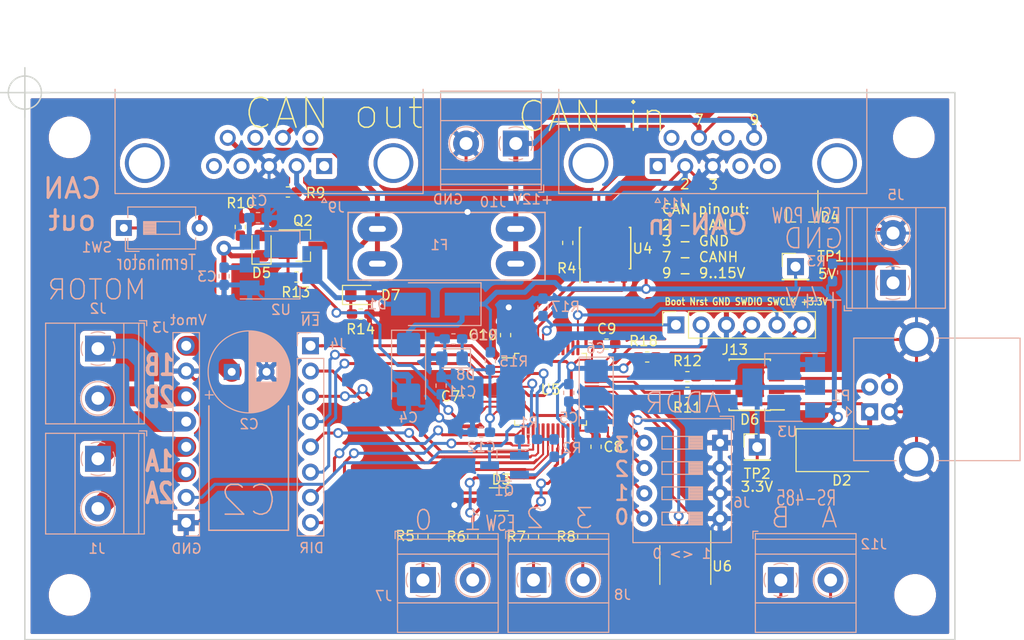
<source format=kicad_pcb>
(kicad_pcb (version 20171130) (host pcbnew 5.1.4)
  (layers (0 F.Cu signal) (31 B.Cu signal) (34 B.Paste user) (35 F.Paste user) (36 B.SilkS user) (37 F.SilkS user) (38 B.Mask user) (39 F.Mask user) (44 Edge.Cuts user))
  (net 0 "")
  (net 1 /12Vin)
  (net 2 GND)
  (net 3 +3V3)
  (net 4 +5V)
  (net 5 /NRST)
  (net 6 /BOOT0)
  (net 7 /CAN_Tx)
  (net 8 /CAN_Rx)
  (net 9 /5Vusb)
  (net 10 /brdaddr0)
  (net 11 /brdaddr1)
  (net 12 /brdaddr2)
  (net 13 "Net-(D4-Pad1)")
  (net 14 "Net-(D4-Pad2)")
  (net 15 /AIN0)
  (net 16 /AIN1)
  (net 17 "Net-(F1-Pad1)")
  (net 18 "Net-(F1-Pad2)")
  (net 19 /brdaddr3)
  (net 20 /SWDIO)
  (net 21 /SWCLK)
  (net 22 /ESW0)
  (net 23 /ESW1)
  (net 24 /ESW2)
  (net 25 "Net-(D5-Pad2)")
  (net 26 "Net-(D6-Pad2)")
  (net 27 "Net-(D6-Pad3)")
  (net 28 "Net-(D6-Pad6)")
  (net 29 "Net-(D6-Pad7)")
  (net 30 "Net-(J1-Pad2)")
  (net 31 "Net-(J1-Pad1)")
  (net 32 "Net-(J2-Pad1)")
  (net 33 "Net-(J2-Pad2)")
  (net 34 /~FAULT)
  (net 35 /DIR)
  (net 36 /STEP)
  (net 37 /~SLEEP)
  (net 38 /MISO)
  (net 39 /~CS)
  (net 40 /SCK)
  (net 41 /MOSI)
  (net 42 /~EN)
  (net 43 "Net-(J5-Pad1)")
  (net 44 "Net-(J7-Pad2)")
  (net 45 "Net-(J7-Pad1)")
  (net 46 "Net-(J8-Pad1)")
  (net 47 "Net-(J8-Pad2)")
  (net 48 "Net-(J12-Pad1)")
  (net 49 "Net-(J12-Pad2)")
  (net 50 "Net-(J13-Pad6)")
  (net 51 "Net-(Q1-Pad1)")
  (net 52 /VIO_on)
  (net 53 "Net-(R4-Pad1)")
  (net 54 /ESW3)
  (net 55 "Net-(R9-Pad1)")
  (net 56 "Net-(R11-Pad2)")
  (net 57 "Net-(R12-Pad2)")
  (net 58 /Tx|Rx)
  (net 59 /Tx)
  (net 60 /Rx)
  (net 61 /5Vin)
  (module TerminalBlock_Phoenix:TerminalBlock_Phoenix_MKDS-1,5-2_1x02_P5.00mm_Horizontal (layer B.Cu) (at 156.5 111.5)
    (fp_text reference J12 (at 9.344 -3.5975) (layer B.SilkS) (effects (justify mirror)))
    (fp_text value RS-485)
    (pad 2 thru_hole circle (at 5 0) (size 2.6 2.6) (drill 1.3) (layers *.Cu *.Mask) (net 49 "Net-(J12-Pad2)"))
    (pad 1 thru_hole rect (at 0 0) (size 2.6 2.6) (drill 1.3) (layers *.Cu *.Mask) (net 48 "Net-(J12-Pad1)"))
  )
  (module TerminalBlock_Phoenix:TerminalBlock_Phoenix_MKDS-1,5-2_1x02_P5.00mm_Horizontal (layer B.Cu) (at 129.8556 67.6156 180)
    (fp_text reference J10 (at 2.2968 -5.892) (layer B.SilkS) (effects (justify mirror)))
    (fp_text value 12v)
    (pad 2 thru_hole circle (at 5 0 180) (size 2.6 2.6) (drill 1.3) (layers *.Cu *.Mask) (net 2 GND))
    (pad 1 thru_hole rect (at 0 0 180) (size 2.6 2.6) (drill 1.3) (layers *.Cu *.Mask) (net 17 "Net-(F1-Pad1)"))
  )
  (module TerminalBlock_Phoenix:TerminalBlock_Phoenix_MKDS-1,5-2_1x02_P5.00mm_Horizontal (layer B.Cu) (at 87.8468 99.314 270)
    (fp_text reference J1 (at 9.033 0.1078 180) (layer B.SilkS) (effects (justify mirror)))
    (fp_text value A)
    (pad 2 thru_hole circle (at 5 0 270) (size 2.6 2.6) (drill 1.3) (layers *.Cu *.Mask) (net 30 "Net-(J1-Pad2)"))
    (pad 1 thru_hole rect (at 0 0 270) (size 2.6 2.6) (drill 1.3) (layers *.Cu *.Mask) (net 31 "Net-(J1-Pad1)"))
  )
  (module TerminalBlock_Phoenix:TerminalBlock_Phoenix_MKDS-1,5-2_1x02_P5.00mm_Horizontal (layer B.Cu) (at 87.8468 88.2396 270)
    (fp_text reference J2 (at -4.0226 -0.0192 180) (layer B.SilkS) (effects (justify mirror)))
    (fp_text value B)
    (pad 2 thru_hole circle (at 5 0 270) (size 2.6 2.6) (drill 1.3) (layers *.Cu *.Mask) (net 33 "Net-(J2-Pad2)"))
    (pad 1 thru_hole rect (at 0 0 270) (size 2.6 2.6) (drill 1.3) (layers *.Cu *.Mask) (net 32 "Net-(J2-Pad1)"))
  )
  (module TerminalBlock_Phoenix:TerminalBlock_Phoenix_MKDS-1,5-2_1x02_P5.00mm_Horizontal (layer B.Cu) (at 167.7797 81.6229 90)
    (fp_text reference J5 (at 8.8359 0.2868 180) (layer B.SilkS) (effects (justify mirror)))
    (fp_text value +/-)
    (pad 2 thru_hole circle (at 5 0 90) (size 2.6 2.6) (drill 1.3) (layers *.Cu *.Mask) (net 2 GND))
    (pad 1 thru_hole rect (at 0 0 90) (size 2.6 2.6) (drill 1.3) (layers *.Cu *.Mask) (net 43 "Net-(J5-Pad1)"))
  )
  (module TerminalBlock_Phoenix:TerminalBlock_Phoenix_MKDS-1,5-2_1x02_P5.00mm_Horizontal (layer B.Cu) (at 120.523 111.5)
    (fp_text reference J7 (at -3.955 1.6095) (layer B.SilkS) (effects (justify mirror)))
    (fp_text value 0/1)
    (pad 2 thru_hole circle (at 5 0) (size 2.6 2.6) (drill 1.3) (layers *.Cu *.Mask) (net 44 "Net-(J7-Pad2)"))
    (pad 1 thru_hole rect (at 0 0) (size 2.6 2.6) (drill 1.3) (layers *.Cu *.Mask) (net 45 "Net-(J7-Pad1)"))
  )
  (module TerminalBlock_Phoenix:TerminalBlock_Phoenix_MKDS-1,5-2_1x02_P5.00mm_Horizontal (layer B.Cu) (at 131.6355 111.5)
    (fp_text reference J8 (at 8.9355 1.4825) (layer B.SilkS) (effects (justify mirror)))
    (fp_text value 2/3)
    (pad 2 thru_hole circle (at 5 0) (size 2.6 2.6) (drill 1.3) (layers *.Cu *.Mask) (net 47 "Net-(J8-Pad2)"))
    (pad 1 thru_hole rect (at 0 0) (size 2.6 2.6) (drill 1.3) (layers *.Cu *.Mask) (net 46 "Net-(J8-Pad1)"))
  )
  (module Capacitor_SMD:C_0603_1608Metric_Pad1.05x0.95mm_HandSolder (layer B.Cu) (at 103.9381 75.0697)
    (fp_text reference C1 (at -0.0267 -1.7018) (layer B.SilkS) (effects (justify mirror)))
    (fp_text value 0.1)
    (pad 2 smd roundrect (at 0.875 0) (size 1.05 0.95) (layers B.Cu B.Paste B.Mask) (net 2 GND))
    (pad 1 smd roundrect (at -0.875 0) (size 1.05 0.95) (layers B.Cu B.Paste B.Mask) (net 1 /12Vin))
  )
  (module Capacitor_SMD:C_0603_1608Metric_Pad1.05x0.95mm_HandSolder (layer F.Cu) (at 125.0516 93.0308 270)
    (fp_text reference C7 (at 0 1.7526 180) (layer F.SilkS))
    (fp_text value 0.1)
    (pad 2 smd roundrect (at 0.875 0 270) (size 1.05 0.95) (layers F.Cu F.Paste F.Mask) (net 3 +3V3))
    (pad 1 smd roundrect (at -0.875 0 270) (size 1.05 0.95) (layers F.Cu F.Paste F.Mask) (net 2 GND))
  )
  (module Capacitor_SMD:C_0603_1608Metric_Pad1.05x0.95mm_HandSolder (layer F.Cu) (at 137.922 98.1062 90)
    (fp_text reference C8 (at -0.014 1.7272 180) (layer F.SilkS))
    (fp_text value 0.1)
    (pad 1 smd roundrect (at -0.875 0 90) (size 1.05 0.95) (layers F.Cu F.Paste F.Mask) (net 2 GND))
    (pad 2 smd roundrect (at 0.875 0 90) (size 1.05 0.95) (layers F.Cu F.Paste F.Mask) (net 3 +3V3))
  )
  (module Capacitor_SMD:C_0603_1608Metric_Pad1.05x0.95mm_HandSolder (layer F.Cu) (at 138.9774 87.7824 180)
    (fp_text reference C9 (at -0.0114 1.524) (layer F.SilkS))
    (fp_text value 0.1)
    (pad 1 smd roundrect (at -0.875 0 180) (size 1.05 0.95) (layers F.Cu F.Paste F.Mask) (net 2 GND))
    (pad 2 smd roundrect (at 0.875 0 180) (size 1.05 0.95) (layers F.Cu F.Paste F.Mask) (net 3 +3V3))
  )
  (module Diode_SMD:D_SMB_Handsoldering (layer F.Cu) (at 162.6286 98.4504)
    (fp_text reference D2 (at 0 3.0386) (layer F.SilkS))
    (fp_text value MBRS130L)
    (pad 2 smd rect (at 2.7 0) (size 3.5 2.3) (layers F.Cu F.Paste F.Mask) (net 9 /5Vusb))
    (pad 1 smd rect (at -2.7 0) (size 3.5 2.3) (layers F.Cu F.Paste F.Mask) (net 4 +5V))
  )
  (module TO_SOT_Packages_SMD:SOT-23_Handsoldering (layer F.Cu) (at 158.6484 74.7508 270)
    (fp_text reference D4 (at 0.2808 -2.794 180) (layer F.SilkS))
    (fp_text value PESD1CAN)
    (pad 1 smd rect (at -1.5 -0.95 270) (size 1.9 0.8) (layers F.Cu F.Paste F.Mask) (net 13 "Net-(D4-Pad1)"))
    (pad 2 smd rect (at -1.5 0.95 270) (size 1.9 0.8) (layers F.Cu F.Paste F.Mask) (net 14 "Net-(D4-Pad2)"))
    (pad 3 smd rect (at 1.5 0 270) (size 1.9 0.8) (layers F.Cu F.Paste F.Mask) (net 2 GND))
  )
  (module Diode_SMD:D_0805_2012Metric_Pad1.15x1.40mm_HandSolder (layer F.Cu) (at 104.2924 77.8854 90)
    (fp_text reference D5 (at -2.7342 0 180) (layer F.SilkS))
    (fp_text value MM3Z7V5)
    (pad 1 smd roundrect (at -1.025 0 90) (size 1.15 1.4) (layers F.Cu F.Paste F.Mask) (roundrect_rratio 0.217391) (net 1 /12Vin))
    (pad 2 smd roundrect (at 1.025 0 90) (size 1.15 1.4) (layers F.Cu F.Paste F.Mask) (roundrect_rratio 0.217391) (net 25 "Net-(D5-Pad2)"))
  )
  (module MyFootprints:FuseHolder (layer B.Cu) (at 122.8948 77.95)
    (fp_text reference F1 (at -0.7208 -0.1244) (layer B.SilkS) (effects (justify mirror)))
    (fp_text value 1A)
    (pad 1 thru_hole oval (at 6.95 1.75) (size 4 2.5) (drill oval 1.7 0.6) (layers *.Cu *.Mask) (net 17 "Net-(F1-Pad1)"))
    (pad 1 thru_hole oval (at 6.95 -1.75) (size 4 2.5) (drill oval 1.7 0.6) (layers *.Cu *.Mask) (net 17 "Net-(F1-Pad1)"))
    (pad 2 thru_hole oval (at -6.95 -1.75) (size 4 2.5) (drill oval 1.7 0.6) (layers *.Cu *.Mask) (net 18 "Net-(F1-Pad2)"))
    (pad 2 thru_hole oval (at -6.95 1.75) (size 4 2.5) (drill oval 1.7 0.6) (layers *.Cu *.Mask) (net 18 "Net-(F1-Pad2)"))
  )
  (module Connectors_USB:USB_B_OST_USB-B1HSxx_Horizontal (layer B.Cu) (at 165.4302 94.5896)
    (fp_text reference P1 (at -2.8882 -1.6096) (layer B.SilkS) (effects (justify mirror)))
    (fp_text value USB_A)
    (pad 1 thru_hole rect (at 0 0) (size 1.7 1.7) (drill 0.92) (layers *.Cu *.Mask) (net 9 /5Vusb))
    (pad 2 thru_hole circle (at 0 -2.5) (size 1.7 1.7) (drill 0.92) (layers *.Cu *.Mask) (net 26 "Net-(D6-Pad2)"))
    (pad 3 thru_hole circle (at 2 -2.5) (size 1.7 1.7) (drill 0.92) (layers *.Cu *.Mask) (net 27 "Net-(D6-Pad3)"))
    (pad 4 thru_hole circle (at 2 0) (size 1.7 1.7) (drill 0.92) (layers *.Cu *.Mask) (net 2 GND))
    (pad 5 thru_hole circle (at 4.71 4.77) (size 3.5 3.5) (drill 2.33) (layers *.Cu *.Mask) (net 2 GND))
    (pad 5 thru_hole circle (at 4.71 -7.27) (size 3.5 3.5) (drill 2.33) (layers *.Cu *.Mask) (net 2 GND))
  )
  (module MountingHole:MountingHole_3.2mm_M3 (layer F.Cu) (at 85 67)
    (fp_text reference P2 hide)
    (fp_text value Hole hide)
    (pad 1 np_thru_hole circle (at 0 0) (size 3.2 3.2) (drill 3.2) (layers *.Cu *.Mask))
  )
  (module MountingHole:MountingHole_3.2mm_M3 (layer F.Cu) (at 85 113)
    (fp_text reference P3 hide)
    (fp_text value Hole hide)
    (pad 1 np_thru_hole circle (at 0 0) (size 3.2 3.2) (drill 3.2) (layers *.Cu *.Mask))
  )
  (module MountingHole:MountingHole_3.2mm_M3 (layer F.Cu) (at 169.8752 67)
    (fp_text reference P4 hide)
    (fp_text value Hole hide)
    (pad 1 np_thru_hole circle (at 0 0) (size 3.2 3.2) (drill 3.2) (layers *.Cu *.Mask))
  )
  (module MountingHole:MountingHole_3.2mm_M3 (layer F.Cu) (at 170 113)
    (fp_text reference P5 hide)
    (fp_text value Hole hide)
    (pad 1 np_thru_hole circle (at 0 0) (size 3.2 3.2) (drill 3.2) (layers *.Cu *.Mask))
  )
  (module TO_SOT_Packages_SMD:SOT-23_Handsoldering (layer B.Cu) (at 128.721 99.9675 180)
    (fp_text reference Q1 (at 0.0245 -2.5375) (layer B.SilkS) (effects (justify mirror)))
    (fp_text value SI2305)
    (pad 3 smd rect (at 1.5 0 180) (size 1.9 0.8) (layers B.Cu B.Paste B.Mask) (net 34 /~FAULT))
    (pad 2 smd rect (at -1.5 -0.95 180) (size 1.9 0.8) (layers B.Cu B.Paste B.Mask) (net 3 +3V3))
    (pad 1 smd rect (at -1.5 0.95 180) (size 1.9 0.8) (layers B.Cu B.Paste B.Mask) (net 51 "Net-(Q1-Pad1)"))
  )
  (module Resistor_SMD:R_0603_1608Metric_Pad1.05x0.95mm_HandSolder (layer B.Cu) (at 131.124 97.3615)
    (fp_text reference R1 (at 0.0114 -1.7018) (layer B.SilkS) (effects (justify mirror)))
    (fp_text value 330)
    (pad 2 smd roundrect (at 0.875 0) (size 1.05 0.95) (layers B.Cu B.Paste B.Mask) (net 52 /VIO_on))
    (pad 1 smd roundrect (at -0.875 0) (size 1.05 0.95) (layers B.Cu B.Paste B.Mask) (net 51 "Net-(Q1-Pad1)"))
  )
  (module Resistor_SMD:R_0603_1608Metric_Pad1.05x0.95mm_HandSolder (layer B.Cu) (at 133.7135 98.2365 90)
    (fp_text reference R2 (at 0.0114 1.778 180) (layer B.SilkS) (effects (justify mirror)))
    (fp_text value 10k)
    (pad 1 smd roundrect (at -0.875 0 90) (size 1.05 0.95) (layers B.Cu B.Paste B.Mask) (net 3 +3V3))
    (pad 2 smd roundrect (at 0.875 0 90) (size 1.05 0.95) (layers B.Cu B.Paste B.Mask) (net 52 /VIO_on))
  )
  (module Resistor_SMD:R_0603_1608Metric_Pad1.05x0.95mm_HandSolder (layer B.Cu) (at 161.6964 80.5802 90)
    (fp_text reference R3 (at 1.1257 -1.6309 180) (layer B.SilkS) (effects (justify mirror)))
    (fp_text value 120)
    (pad 2 smd roundrect (at 0.875 0 90) (size 1.05 0.95) (layers B.Cu B.Paste B.Mask) (net 43 "Net-(J5-Pad1)"))
    (pad 1 smd roundrect (at -0.875 0 90) (size 1.05 0.95) (layers B.Cu B.Paste B.Mask) (net 4 +5V))
  )
  (module Resistor_SMD:R_0603_1608Metric_Pad1.05x0.95mm_HandSolder (layer F.Cu) (at 135.0772 77.611 270)
    (fp_text reference R4 (at 2.5514 0.1016 180) (layer F.SilkS))
    (fp_text value 15k)
    (pad 1 smd roundrect (at -0.875 0 270) (size 1.05 0.95) (layers F.Cu F.Paste F.Mask) (net 53 "Net-(R4-Pad1)"))
    (pad 2 smd roundrect (at 0.875 0 270) (size 1.05 0.95) (layers F.Cu F.Paste F.Mask) (net 2 GND))
  )
  (module Resistor_SMD:R_0603_1608Metric_Pad1.05x0.95mm_HandSolder (layer F.Cu) (at 120.523 107.1245 270)
    (fp_text reference R5 (at -0.0475 1.796 180) (layer F.SilkS))
    (fp_text value 330)
    (pad 2 smd roundrect (at 0.875 0 270) (size 1.05 0.95) (layers F.Cu F.Paste F.Mask) (net 45 "Net-(J7-Pad1)"))
    (pad 1 smd roundrect (at -0.875 0 270) (size 1.05 0.95) (layers F.Cu F.Paste F.Mask) (net 22 /ESW0))
  )
  (module Resistor_SMD:R_0603_1608Metric_Pad1.05x0.95mm_HandSolder (layer F.Cu) (at 125.5395 107.1245 270)
    (fp_text reference R6 (at 0.016 1.669 180) (layer F.SilkS))
    (fp_text value 330)
    (pad 1 smd roundrect (at -0.875 0 270) (size 1.05 0.95) (layers F.Cu F.Paste F.Mask) (net 23 /ESW1))
    (pad 2 smd roundrect (at 0.875 0 270) (size 1.05 0.95) (layers F.Cu F.Paste F.Mask) (net 44 "Net-(J7-Pad2)"))
  )
  (module Resistor_SMD:R_0603_1608Metric_Pad1.05x0.95mm_HandSolder (layer F.Cu) (at 131.6355 107.1245 270)
    (fp_text reference R7 (at 0.016 1.7325 180) (layer F.SilkS))
    (fp_text value 330)
    (pad 2 smd roundrect (at 0.875 0 270) (size 1.05 0.95) (layers F.Cu F.Paste F.Mask) (net 46 "Net-(J8-Pad1)"))
    (pad 1 smd roundrect (at -0.875 0 270) (size 1.05 0.95) (layers F.Cu F.Paste F.Mask) (net 24 /ESW2))
  )
  (module Resistor_SMD:R_0603_1608Metric_Pad1.05x0.95mm_HandSolder (layer F.Cu) (at 136.5885 107.1245 270)
    (fp_text reference R8 (at 0.016 1.669 180) (layer F.SilkS))
    (fp_text value 330)
    (pad 1 smd roundrect (at -0.875 0 270) (size 1.05 0.95) (layers F.Cu F.Paste F.Mask) (net 54 /ESW3))
    (pad 2 smd roundrect (at 0.875 0 270) (size 1.05 0.95) (layers F.Cu F.Paste F.Mask) (net 47 "Net-(J8-Pad2)"))
  )
  (module Resistor_SMD:R_0603_1608Metric_Pad1.05x0.95mm_HandSolder (layer F.Cu) (at 106.9454 72.4916)
    (fp_text reference R9 (at 2.7826 0.1016) (layer F.SilkS))
    (fp_text value 120)
    (pad 2 smd roundrect (at 0.875 0) (size 1.05 0.95) (layers F.Cu F.Paste F.Mask) (net 14 "Net-(D4-Pad2)"))
    (pad 1 smd roundrect (at -0.875 0) (size 1.05 0.95) (layers F.Cu F.Paste F.Mask) (net 55 "Net-(R9-Pad1)"))
  )
  (module Resistor_SMD:R_0603_1608Metric_Pad1.05x0.95mm_HandSolder (layer F.Cu) (at 102.1588 76.0082 90)
    (fp_text reference R10 (at 2.399 0.0508 180) (layer F.SilkS))
    (fp_text value 10k)
    (pad 1 smd roundrect (at -0.875 0 90) (size 1.05 0.95) (layers F.Cu F.Paste F.Mask) (net 25 "Net-(D5-Pad2)"))
    (pad 2 smd roundrect (at 0.875 0 90) (size 1.05 0.95) (layers F.Cu F.Paste F.Mask) (net 2 GND))
  )
  (module Button_Switch_THT:SW_DIP_SPSTx01_Slide_6.7x4.1mm_W7.62mm_P2.54mm_LowProfile (layer B.Cu) (at 90.4494 76.1111)
    (fp_text reference SW1 (at -2.7104 1.9464) (layer B.SilkS) (effects (justify mirror)))
    (fp_text value SW_DIP_x01)
    (pad 1 thru_hole rect (at 0 0) (size 1.6 1.6) (drill 0.8) (layers *.Cu *.Mask) (net 13 "Net-(D4-Pad1)"))
    (pad 2 thru_hole oval (at 7.62 0) (size 1.6 1.6) (drill 0.8) (layers *.Cu *.Mask) (net 55 "Net-(R9-Pad1)"))
  )
  (module Connector_PinHeader_2.54mm:PinHeader_1x01_P2.54mm_Vertical (layer F.Cu) (at 157.9753 79.9973)
    (fp_text reference TP1 (at 3.5507 -1.0508) (layer F.SilkS))
    (fp_text value TestPoint)
    (pad 1 thru_hole rect (at 0 0) (size 1.7 1.7) (drill 1) (layers *.Cu *.Mask) (net 4 +5V))
  )
  (module Connector_PinHeader_2.54mm:PinHeader_1x01_P2.54mm_Vertical (layer F.Cu) (at 154.1272 98.1456)
    (fp_text reference TP2 (at 0 2.667) (layer F.SilkS))
    (fp_text value TestPoint)
    (pad 1 thru_hole rect (at 0 0) (size 1.7 1.7) (drill 1) (layers *.Cu *.Mask) (net 3 +3V3))
  )
  (module TO_SOT_Packages_SMD:SOT-223-3_TabPin2 (layer B.Cu) (at 106.2478 79.8322)
    (fp_text reference U2 (at 0 4.5) (layer B.SilkS) (effects (justify mirror)))
    (fp_text value LM1117-5.0)
    (pad 1 smd rect (at -3.15 2.3) (size 2 1.5) (layers B.Cu B.Paste B.Mask) (net 2 GND))
    (pad 3 smd rect (at -3.15 -2.3) (size 2 1.5) (layers B.Cu B.Paste B.Mask) (net 1 /12Vin))
    (pad 2 smd rect (at -3.15 0) (size 2 1.5) (layers B.Cu B.Paste B.Mask) (net 61 /5Vin))
    (pad 2 smd rect (at 3.15 0) (size 2 3.8) (layers B.Cu B.Paste B.Mask) (net 61 /5Vin))
  )
  (module TO_SOT_Packages_SMD:SOT-223-3_TabPin2 (layer B.Cu) (at 156.7938 92.1372 180)
    (fp_text reference U3 (at -0.3507 -4.4623) (layer B.SilkS) (effects (justify mirror)))
    (fp_text value LM1117-3.3)
    (pad 2 smd rect (at 3.15 0 180) (size 2 3.8) (layers B.Cu B.Paste B.Mask) (net 3 +3V3))
    (pad 2 smd rect (at -3.15 0 180) (size 2 1.5) (layers B.Cu B.Paste B.Mask) (net 3 +3V3))
    (pad 3 smd rect (at -3.15 -2.3 180) (size 2 1.5) (layers B.Cu B.Paste B.Mask) (net 4 +5V))
    (pad 1 smd rect (at -3.15 2.3 180) (size 2 1.5) (layers B.Cu B.Paste B.Mask) (net 2 GND))
  )
  (module Package_SO:SOIC-8_3.9x4.9mm_P1.27mm (layer F.Cu) (at 138.8364 78.1304 90)
    (fp_text reference U4 (at -0.0508 3.7592 180) (layer F.SilkS))
    (fp_text value MCP2551-I/SN)
    (pad 1 smd rect (at -2.7 -1.905 90) (size 1.55 0.6) (layers F.Cu F.Paste F.Mask) (net 7 /CAN_Tx))
    (pad 2 smd rect (at -2.7 -0.635 90) (size 1.55 0.6) (layers F.Cu F.Paste F.Mask) (net 2 GND))
    (pad 3 smd rect (at -2.7 0.635 90) (size 1.55 0.6) (layers F.Cu F.Paste F.Mask) (net 4 +5V))
    (pad 4 smd rect (at -2.7 1.905 90) (size 1.55 0.6) (layers F.Cu F.Paste F.Mask) (net 8 /CAN_Rx))
    (pad 5 smd rect (at 2.7 1.905 90) (size 1.55 0.6) (layers F.Cu F.Paste F.Mask))
    (pad 6 smd rect (at 2.7 0.635 90) (size 1.55 0.6) (layers F.Cu F.Paste F.Mask) (net 14 "Net-(D4-Pad2)"))
    (pad 7 smd rect (at 2.7 -0.635 90) (size 1.55 0.6) (layers F.Cu F.Paste F.Mask) (net 13 "Net-(D4-Pad1)"))
    (pad 8 smd rect (at 2.7 -1.905 90) (size 1.55 0.6) (layers F.Cu F.Paste F.Mask) (net 53 "Net-(R4-Pad1)"))
  )
  (module Package_QFP:LQFP-48_7x7mm_P0.5mm (layer F.Cu) (at 133.35 92.329)
    (fp_text reference U5 (at 0 0.0254) (layer F.SilkS))
    (fp_text value STM32F072CBTx)
    (pad 1 smd roundrect (at -4.1625 -2.75) (size 1.475 0.3) (layers F.Cu F.Paste F.Mask) (net 3 +3V3))
    (pad 2 smd roundrect (at -4.1625 -2.25) (size 1.475 0.3) (layers F.Cu F.Paste F.Mask) (net 42 /~EN))
    (pad 3 smd roundrect (at -4.1625 -1.75) (size 1.475 0.3) (layers F.Cu F.Paste F.Mask) (net 39 /~CS))
    (pad 4 smd roundrect (at -4.1625 -1.25) (size 1.475 0.3) (layers F.Cu F.Paste F.Mask) (net 37 /~SLEEP))
    (pad 5 smd roundrect (at -4.1625 -0.75) (size 1.475 0.3) (layers F.Cu F.Paste F.Mask) (net 52 /VIO_on))
    (pad 6 smd roundrect (at -4.1625 -0.25) (size 1.475 0.3) (layers F.Cu F.Paste F.Mask) (net 34 /~FAULT))
    (pad 7 smd roundrect (at -4.1625 0.25) (size 1.475 0.3) (layers F.Cu F.Paste F.Mask) (net 5 /NRST))
    (pad 8 smd roundrect (at -4.1625 0.75) (size 1.475 0.3) (layers F.Cu F.Paste F.Mask) (net 2 GND))
    (pad 9 smd roundrect (at -4.1625 1.25) (size 1.475 0.3) (layers F.Cu F.Paste F.Mask) (net 3 +3V3))
    (pad 10 smd roundrect (at -4.1625 1.75) (size 1.475 0.3) (layers F.Cu F.Paste F.Mask) (net 15 /AIN0))
    (pad 11 smd roundrect (at -4.1625 2.25) (size 1.475 0.3) (layers F.Cu F.Paste F.Mask) (net 16 /AIN1))
    (pad 12 smd roundrect (at -4.1625 2.75) (size 1.475 0.3) (layers F.Cu F.Paste F.Mask))
    (pad 13 smd roundrect (at -2.75 4.1625) (size 0.3 1.475) (layers F.Cu F.Paste F.Mask) (net 36 /STEP))
    (pad 14 smd roundrect (at -2.25 4.1625) (size 0.3 1.475) (layers F.Cu F.Paste F.Mask) (net 35 /DIR))
    (pad 15 smd roundrect (at -1.75 4.1625) (size 0.3 1.475) (layers F.Cu F.Paste F.Mask) (net 40 /SCK))
    (pad 16 smd roundrect (at -1.25 4.1625) (size 0.3 1.475) (layers F.Cu F.Paste F.Mask) (net 38 /MISO))
    (pad 17 smd roundrect (at -0.75 4.1625) (size 0.3 1.475) (layers F.Cu F.Paste F.Mask) (net 41 /MOSI))
    (pad 18 smd roundrect (at -0.25 4.1625) (size 0.3 1.475) (layers F.Cu F.Paste F.Mask) (net 22 /ESW0))
    (pad 19 smd roundrect (at 0.25 4.1625) (size 0.3 1.475) (layers F.Cu F.Paste F.Mask) (net 23 /ESW1))
    (pad 20 smd roundrect (at 0.75 4.1625) (size 0.3 1.475) (layers F.Cu F.Paste F.Mask) (net 24 /ESW2))
    (pad 21 smd roundrect (at 1.25 4.1625) (size 0.3 1.475) (layers F.Cu F.Paste F.Mask) (net 54 /ESW3))
    (pad 22 smd roundrect (at 1.75 4.1625) (size 0.3 1.475) (layers F.Cu F.Paste F.Mask))
    (pad 23 smd roundrect (at 2.25 4.1625) (size 0.3 1.475) (layers F.Cu F.Paste F.Mask) (net 2 GND))
    (pad 24 smd roundrect (at 2.75 4.1625) (size 0.3 1.475) (layers F.Cu F.Paste F.Mask) (net 3 +3V3))
    (pad 25 smd roundrect (at 4.1625 2.75) (size 1.475 0.3) (layers F.Cu F.Paste F.Mask) (net 10 /brdaddr0))
    (pad 26 smd roundrect (at 4.1625 2.25) (size 1.475 0.3) (layers F.Cu F.Paste F.Mask) (net 11 /brdaddr1))
    (pad 27 smd roundrect (at 4.1625 1.75) (size 1.475 0.3) (layers F.Cu F.Paste F.Mask) (net 12 /brdaddr2))
    (pad 28 smd roundrect (at 4.1625 1.25) (size 1.475 0.3) (layers F.Cu F.Paste F.Mask) (net 19 /brdaddr3))
    (pad 29 smd roundrect (at 4.1625 0.75) (size 1.475 0.3) (layers F.Cu F.Paste F.Mask) (net 58 /Tx|Rx))
    (pad 30 smd roundrect (at 4.1625 0.25) (size 1.475 0.3) (layers F.Cu F.Paste F.Mask) (net 59 /Tx))
    (pad 31 smd roundrect (at 4.1625 -0.25) (size 1.475 0.3) (layers F.Cu F.Paste F.Mask) (net 60 /Rx))
    (pad 32 smd roundrect (at 4.1625 -0.75) (size 1.475 0.3) (layers F.Cu F.Paste F.Mask) (net 56 "Net-(R11-Pad2)"))
    (pad 33 smd roundrect (at 4.1625 -1.25) (size 1.475 0.3) (layers F.Cu F.Paste F.Mask) (net 57 "Net-(R12-Pad2)"))
    (pad 34 smd roundrect (at 4.1625 -1.75) (size 1.475 0.3) (layers F.Cu F.Paste F.Mask) (net 20 /SWDIO))
    (pad 35 smd roundrect (at 4.1625 -2.25) (size 1.475 0.3) (layers F.Cu F.Paste F.Mask) (net 2 GND))
    (pad 36 smd roundrect (at 4.1625 -2.75) (size 1.475 0.3) (layers F.Cu F.Paste F.Mask) (net 3 +3V3))
    (pad 37 smd roundrect (at 2.75 -4.1625) (size 0.3 1.475) (layers F.Cu F.Paste F.Mask) (net 21 /SWCLK))
    (pad 38 smd roundrect (at 2.25 -4.1625) (size 0.3 1.475) (layers F.Cu F.Paste F.Mask))
    (pad 39 smd roundrect (at 1.75 -4.1625) (size 0.3 1.475) (layers F.Cu F.Paste F.Mask))
    (pad 40 smd roundrect (at 1.25 -4.1625) (size 0.3 1.475) (layers F.Cu F.Paste F.Mask))
    (pad 41 smd roundrect (at 0.75 -4.1625) (size 0.3 1.475) (layers F.Cu F.Paste F.Mask))
    (pad 42 smd roundrect (at 0.25 -4.1625) (size 0.3 1.475) (layers F.Cu F.Paste F.Mask))
    (pad 43 smd roundrect (at -0.25 -4.1625) (size 0.3 1.475) (layers F.Cu F.Paste F.Mask))
    (pad 44 smd roundrect (at -0.75 -4.1625) (size 0.3 1.475) (layers F.Cu F.Paste F.Mask) (net 6 /BOOT0))
    (pad 45 smd roundrect (at -1.25 -4.1625) (size 0.3 1.475) (layers F.Cu F.Paste F.Mask) (net 8 /CAN_Rx))
    (pad 46 smd roundrect (at -1.75 -4.1625) (size 0.3 1.475) (layers F.Cu F.Paste F.Mask) (net 7 /CAN_Tx))
    (pad 47 smd roundrect (at -2.25 -4.1625) (size 0.3 1.475) (layers F.Cu F.Paste F.Mask) (net 2 GND))
    (pad 48 smd roundrect (at -2.75 -4.1625) (size 0.3 1.475) (layers F.Cu F.Paste F.Mask) (net 3 +3V3))
  )
  (module Capacitor_THT:CP_Radial_D8.0mm_P3.50mm (layer B.Cu) (at 101.2952 90.5764)
    (fp_text reference C2 (at 1.75 5.25) (layer B.SilkS) (effects (justify mirror)))
    (fp_text value 100uF)
    (pad 1 thru_hole rect (at 0 0) (size 1.6 1.6) (drill 0.8) (layers *.Cu *.Mask) (net 1 /12Vin))
    (pad 2 thru_hole circle (at 3.5 0) (size 1.6 1.6) (drill 0.8) (layers *.Cu *.Mask) (net 2 GND))
  )
  (module Capacitor_SMD:C_0603_1608Metric_Pad1.05x0.95mm_HandSolder (layer B.Cu) (at 100.5332 80.9625 270)
    (fp_text reference C3 (at 0.0254 1.7272 180) (layer B.SilkS) (effects (justify mirror)))
    (fp_text value 0.1)
    (pad 1 smd roundrect (at -0.875 0 270) (size 1.05 0.95) (layers B.Cu B.Paste B.Mask) (net 61 /5Vin))
    (pad 2 smd roundrect (at 0.875 0 270) (size 1.05 0.95) (layers B.Cu B.Paste B.Mask) (net 2 GND))
  )
  (module Capacitor_Tantalum_SMD:CP_EIA-6032-28_Kemet-C_Pad2.25x2.35mm_HandSolder (layer B.Cu) (at 119.0752 90.3251 270)
    (fp_text reference C4 (at 4.8487 0.0254 180) (layer B.SilkS) (effects (justify mirror)))
    (fp_text value "47uF, 10V")
    (pad 2 smd roundrect (at 2.55 0 270) (size 2.25 2.35) (layers B.Cu B.Paste B.Mask) (roundrect_rratio 0.111111) (net 2 GND))
    (pad 1 smd roundrect (at -2.55 0 270) (size 2.25 2.35) (layers B.Cu B.Paste B.Mask) (roundrect_rratio 0.111111) (net 4 +5V))
  )
  (module Capacitor_SMD:C_0603_1608Metric_Pad1.05x0.95mm_HandSolder (layer B.Cu) (at 135.1788 92.6833 270)
    (fp_text reference C5 (at 2.5006 0 180) (layer B.SilkS) (effects (justify mirror)))
    (fp_text value 0.1)
    (pad 1 smd roundrect (at -0.875 0 270) (size 1.05 0.95) (layers B.Cu B.Paste B.Mask) (net 3 +3V3))
    (pad 2 smd roundrect (at 0.875 0 270) (size 1.05 0.95) (layers B.Cu B.Paste B.Mask) (net 2 GND))
  )
  (module Capacitor_Tantalum_SMD:CP_EIA-6032-28_Kemet-C_Pad2.25x2.35mm_HandSolder (layer B.Cu) (at 137.9347 93.0302 270)
    (fp_text reference C6 (at -4.8287 0.0254 180) (layer B.SilkS) (effects (justify mirror)))
    (fp_text value "47uF, 10V")
    (pad 1 smd roundrect (at -2.55 0 270) (size 2.25 2.35) (layers B.Cu B.Paste B.Mask) (roundrect_rratio 0.111111) (net 3 +3V3))
    (pad 2 smd roundrect (at 2.55 0 270) (size 2.25 2.35) (layers B.Cu B.Paste B.Mask) (roundrect_rratio 0.111111) (net 2 GND))
  )
  (module Capacitor_SMD:C_0603_1608Metric_Pad1.05x0.95mm_HandSolder (layer F.Cu) (at 128.8288 86.8794 270)
    (fp_text reference C10 (at -0.0114 2.286 180) (layer F.SilkS))
    (fp_text value 0.1)
    (pad 2 smd roundrect (at 0.875 0 270) (size 1.05 0.95) (layers F.Cu F.Paste F.Mask) (net 3 +3V3))
    (pad 1 smd roundrect (at -0.875 0 270) (size 1.05 0.95) (layers F.Cu F.Paste F.Mask) (net 2 GND))
  )
  (module Diode_SMD:D_SMB_Handsoldering (layer B.Cu) (at 121.76 83.7692 180)
    (fp_text reference D1 (at 5.827 -0.0033) (layer B.SilkS) (effects (justify mirror)))
    (fp_text value MBRS130L)
    (pad 1 smd rect (at -2.7 0 180) (size 3.5 2.3) (layers B.Cu B.Paste B.Mask) (net 4 +5V))
    (pad 2 smd rect (at 2.7 0 180) (size 3.5 2.3) (layers B.Cu B.Paste B.Mask) (net 61 /5Vin))
  )
  (module Package_SO:SOIC-8_3.9x4.9mm_P1.27mm (layer F.Cu) (at 153.3728 91.8718 180)
    (fp_text reference D6 (at 0 -3.5) (layer F.SilkS))
    (fp_text value USB6B1)
    (pad 1 smd rect (at -2.7 -1.905 180) (size 1.55 0.6) (layers F.Cu F.Paste F.Mask) (net 9 /5Vusb))
    (pad 2 smd rect (at -2.7 -0.635 180) (size 1.55 0.6) (layers F.Cu F.Paste F.Mask) (net 26 "Net-(D6-Pad2)"))
    (pad 3 smd rect (at -2.7 0.635 180) (size 1.55 0.6) (layers F.Cu F.Paste F.Mask) (net 27 "Net-(D6-Pad3)"))
    (pad 4 smd rect (at -2.7 1.905 180) (size 1.55 0.6) (layers F.Cu F.Paste F.Mask) (net 2 GND))
    (pad 5 smd rect (at 2.7 1.905 180) (size 1.55 0.6) (layers F.Cu F.Paste F.Mask) (net 2 GND))
    (pad 6 smd rect (at 2.7 0.635 180) (size 1.55 0.6) (layers F.Cu F.Paste F.Mask) (net 28 "Net-(D6-Pad6)"))
    (pad 7 smd rect (at 2.7 -0.635 180) (size 1.55 0.6) (layers F.Cu F.Paste F.Mask) (net 29 "Net-(D6-Pad7)"))
    (pad 8 smd rect (at 2.7 -1.905 180) (size 1.55 0.6) (layers F.Cu F.Paste F.Mask) (net 9 /5Vusb))
  )
  (module Diode_SMD:D_0805_2012Metric_Pad1.15x1.40mm_HandSolder (layer F.Cu) (at 114.291 82.8421)
    (fp_text reference D7 (at 2.9808 0.0254) (layer F.SilkS))
    (fp_text value MM3Z3V9)
    (pad 2 smd roundrect (at 1.025 0) (size 1.15 1.4) (layers F.Cu F.Paste F.Mask) (roundrect_rratio 0.217391) (net 2 GND))
    (pad 1 smd roundrect (at -1.025 0) (size 1.15 1.4) (layers F.Cu F.Paste F.Mask) (roundrect_rratio 0.217391) (net 15 /AIN0))
  )
  (module Diode_SMD:D_0805_2012Metric_Pad1.15x1.40mm_HandSolder (layer B.Cu) (at 123.4403 89.2175 180)
    (fp_text reference D8 (at -1.3827 -1.667) (layer B.SilkS) (effects (justify mirror)))
    (fp_text value MM3Z3V9)
    (pad 1 smd roundrect (at -1.025 0 180) (size 1.15 1.4) (layers B.Cu B.Paste B.Mask) (roundrect_rratio 0.217391) (net 16 /AIN1))
    (pad 2 smd roundrect (at 1.025 0 180) (size 1.15 1.4) (layers B.Cu B.Paste B.Mask) (roundrect_rratio 0.217391) (net 2 GND))
  )
  (module Connector_PinSocket_2.54mm:PinSocket_1x08_P2.54mm_Vertical (layer B.Cu) (at 96.72 105.7356)
    (fp_text reference J3 (at -2.5675 -19.6136) (layer B.SilkS) (effects (justify mirror)))
    (fp_text value Conn_01x08_Female)
    (pad 1 thru_hole rect (at 0 0) (size 1.7 1.7) (drill 1) (layers *.Cu *.Mask) (net 2 GND))
    (pad 2 thru_hole oval (at 0 -2.54) (size 1.7 1.7) (drill 1) (layers *.Cu *.Mask) (net 34 /~FAULT))
    (pad 3 thru_hole oval (at 0 -5.08) (size 1.7 1.7) (drill 1) (layers *.Cu *.Mask) (net 30 "Net-(J1-Pad2)"))
    (pad 4 thru_hole oval (at 0 -7.62) (size 1.7 1.7) (drill 1) (layers *.Cu *.Mask) (net 31 "Net-(J1-Pad1)"))
    (pad 5 thru_hole oval (at 0 -10.16) (size 1.7 1.7) (drill 1) (layers *.Cu *.Mask) (net 32 "Net-(J2-Pad1)"))
    (pad 6 thru_hole oval (at 0 -12.7) (size 1.7 1.7) (drill 1) (layers *.Cu *.Mask) (net 33 "Net-(J2-Pad2)"))
    (pad 7 thru_hole oval (at 0 -15.24) (size 1.7 1.7) (drill 1) (layers *.Cu *.Mask) (net 2 GND))
    (pad 8 thru_hole oval (at 0 -17.78) (size 1.7 1.7) (drill 1) (layers *.Cu *.Mask) (net 1 /12Vin))
  )
  (module Connector_PinSocket_2.54mm:PinSocket_1x08_P2.54mm_Vertical (layer B.Cu) (at 109.22 87.9556 180)
    (fp_text reference J4 (at -2.776 0.1826) (layer B.SilkS) (effects (justify mirror)))
    (fp_text value Conn_01x08_Female)
    (pad 8 thru_hole oval (at 0 -17.78 180) (size 1.7 1.7) (drill 1) (layers *.Cu *.Mask) (net 35 /DIR))
    (pad 7 thru_hole oval (at 0 -15.24 180) (size 1.7 1.7) (drill 1) (layers *.Cu *.Mask) (net 36 /STEP))
    (pad 6 thru_hole oval (at 0 -12.7 180) (size 1.7 1.7) (drill 1) (layers *.Cu *.Mask) (net 37 /~SLEEP))
    (pad 5 thru_hole oval (at 0 -10.16 180) (size 1.7 1.7) (drill 1) (layers *.Cu *.Mask) (net 38 /MISO))
    (pad 4 thru_hole oval (at 0 -7.62 180) (size 1.7 1.7) (drill 1) (layers *.Cu *.Mask) (net 39 /~CS))
    (pad 3 thru_hole oval (at 0 -5.08 180) (size 1.7 1.7) (drill 1) (layers *.Cu *.Mask) (net 40 /SCK))
    (pad 2 thru_hole oval (at 0 -2.54 180) (size 1.7 1.7) (drill 1) (layers *.Cu *.Mask) (net 41 /MOSI))
    (pad 1 thru_hole rect (at 0 0 180) (size 1.7 1.7) (drill 1) (layers *.Cu *.Mask) (net 42 /~EN))
  )
  (module Connector_Dsub:DSUB-9_Female_Horizontal_P2.77x2.84mm_EdgePinOffset4.94mm_Housed_MountingHolesOffset7.48mm (layer B.Cu) (at 110.5916 69.889062)
    (fp_text reference J9 (at 1.2065 4.151938) (layer B.SilkS) (effects (justify mirror)))
    (fp_text value DB9_Female)
    (pad 1 thru_hole rect (at 0 0) (size 1.6 1.6) (drill 1) (layers *.Cu *.Mask))
    (pad 2 thru_hole circle (at -2.77 0) (size 1.6 1.6) (drill 1) (layers *.Cu *.Mask) (net 14 "Net-(D4-Pad2)"))
    (pad 3 thru_hole circle (at -5.54 0) (size 1.6 1.6) (drill 1) (layers *.Cu *.Mask) (net 2 GND))
    (pad 4 thru_hole circle (at -8.31 0) (size 1.6 1.6) (drill 1) (layers *.Cu *.Mask))
    (pad 5 thru_hole circle (at -11.08 0) (size 1.6 1.6) (drill 1) (layers *.Cu *.Mask))
    (pad 6 thru_hole circle (at -1.385 -2.84) (size 1.6 1.6) (drill 1) (layers *.Cu *.Mask))
    (pad 7 thru_hole circle (at -4.155 -2.84) (size 1.6 1.6) (drill 1) (layers *.Cu *.Mask) (net 13 "Net-(D4-Pad1)"))
    (pad 8 thru_hole circle (at -6.925 -2.84) (size 1.6 1.6) (drill 1) (layers *.Cu *.Mask))
    (pad 9 thru_hole circle (at -9.695 -2.84) (size 1.6 1.6) (drill 1) (layers *.Cu *.Mask) (net 18 "Net-(F1-Pad2)"))
    (pad 0 thru_hole circle (at -18.04 -0.3) (size 4 4) (drill 3.2) (layers *.Cu *.Mask))
    (pad 0 thru_hole circle (at 6.96 -0.3) (size 4 4) (drill 3.2) (layers *.Cu *.Mask))
  )
  (module Connector_Dsub:DSUB-9_Male_Horizontal_P2.77x2.84mm_EdgePinOffset4.94mm_Housed_MountingHolesOffset7.48mm (layer B.Cu) (at 144.1196 69.889062)
    (fp_text reference J11 (at 1.5748 3.783638) (layer B.SilkS) (effects (justify mirror)))
    (fp_text value DB9_Male)
    (pad 1 thru_hole rect (at 0 0) (size 1.6 1.6) (drill 1) (layers *.Cu *.Mask))
    (pad 2 thru_hole circle (at 2.77 0) (size 1.6 1.6) (drill 1) (layers *.Cu *.Mask) (net 14 "Net-(D4-Pad2)"))
    (pad 3 thru_hole circle (at 5.54 0) (size 1.6 1.6) (drill 1) (layers *.Cu *.Mask) (net 2 GND))
    (pad 4 thru_hole circle (at 8.31 0) (size 1.6 1.6) (drill 1) (layers *.Cu *.Mask))
    (pad 5 thru_hole circle (at 11.08 0) (size 1.6 1.6) (drill 1) (layers *.Cu *.Mask))
    (pad 6 thru_hole circle (at 1.385 -2.84) (size 1.6 1.6) (drill 1) (layers *.Cu *.Mask))
    (pad 7 thru_hole circle (at 4.155 -2.84) (size 1.6 1.6) (drill 1) (layers *.Cu *.Mask) (net 13 "Net-(D4-Pad1)"))
    (pad 8 thru_hole circle (at 6.925 -2.84) (size 1.6 1.6) (drill 1) (layers *.Cu *.Mask))
    (pad 9 thru_hole circle (at 9.695 -2.84) (size 1.6 1.6) (drill 1) (layers *.Cu *.Mask) (net 17 "Net-(F1-Pad1)"))
    (pad 0 thru_hole circle (at -6.96 -0.3) (size 4 4) (drill 3.2) (layers *.Cu *.Mask))
    (pad 0 thru_hole circle (at 18.04 -0.3) (size 4 4) (drill 3.2) (layers *.Cu *.Mask))
  )
  (module Connector_PinSocket_2.54mm:PinSocket_1x06_P2.54mm_Vertical (layer F.Cu) (at 145.9484 85.852 90)
    (fp_text reference J13 (at -2.4925 5.9256 180) (layer F.SilkS))
    (fp_text value Conn_01x06)
    (pad 1 thru_hole rect (at 0 0 90) (size 1.7 1.7) (drill 1) (layers *.Cu *.Mask) (net 6 /BOOT0))
    (pad 2 thru_hole oval (at 0 2.54 90) (size 1.7 1.7) (drill 1) (layers *.Cu *.Mask) (net 5 /NRST))
    (pad 3 thru_hole oval (at 0 5.08 90) (size 1.7 1.7) (drill 1) (layers *.Cu *.Mask) (net 2 GND))
    (pad 4 thru_hole oval (at 0 7.62 90) (size 1.7 1.7) (drill 1) (layers *.Cu *.Mask) (net 20 /SWDIO))
    (pad 5 thru_hole oval (at 0 10.16 90) (size 1.7 1.7) (drill 1) (layers *.Cu *.Mask) (net 21 /SWCLK))
    (pad 6 thru_hole oval (at 0 12.7 90) (size 1.7 1.7) (drill 1) (layers *.Cu *.Mask) (net 50 "Net-(J13-Pad6)"))
  )
  (module TO_SOT_Packages_SMD:SOT-23_Handsoldering (layer F.Cu) (at 108.458 77.8764)
    (fp_text reference Q2 (at 0 -2.5) (layer F.SilkS))
    (fp_text value AO3407)
    (pad 1 smd rect (at -1.5 -0.95) (size 1.9 0.8) (layers F.Cu F.Paste F.Mask) (net 25 "Net-(D5-Pad2)"))
    (pad 2 smd rect (at -1.5 0.95) (size 1.9 0.8) (layers F.Cu F.Paste F.Mask) (net 1 /12Vin))
    (pad 3 smd rect (at 1.5 0) (size 1.9 0.8) (layers F.Cu F.Paste F.Mask) (net 18 "Net-(F1-Pad2)"))
  )
  (module Resistor_SMD:R_0603_1608Metric_Pad1.05x0.95mm_HandSolder (layer F.Cu) (at 147.1054 92.6338 180)
    (fp_text reference R11 (at 0 -1.524) (layer F.SilkS))
    (fp_text value 22)
    (pad 1 smd roundrect (at -0.875 0 180) (size 1.05 0.95) (layers F.Cu F.Paste F.Mask) (net 29 "Net-(D6-Pad7)"))
    (pad 2 smd roundrect (at 0.875 0 180) (size 1.05 0.95) (layers F.Cu F.Paste F.Mask) (net 56 "Net-(R11-Pad2)"))
  )
  (module Resistor_SMD:R_0603_1608Metric_Pad1.05x0.95mm_HandSolder (layer F.Cu) (at 147.1054 91.059 180)
    (fp_text reference R12 (at 0 1.5748) (layer F.SilkS))
    (fp_text value 22)
    (pad 2 smd roundrect (at 0.875 0 180) (size 1.05 0.95) (layers F.Cu F.Paste F.Mask) (net 57 "Net-(R12-Pad2)"))
    (pad 1 smd roundrect (at -0.875 0 180) (size 1.05 0.95) (layers F.Cu F.Paste F.Mask) (net 28 "Net-(D6-Pad6)"))
  )
  (module Resistor_SMD:R_0603_1608Metric_Pad1.05x0.95mm_HandSolder (layer F.Cu) (at 107.8103 81.0387)
    (fp_text reference R13 (at -0.0688 1.5273) (layer F.SilkS))
    (fp_text value 220k)
    (pad 1 smd roundrect (at -0.875 0) (size 1.05 0.95) (layers F.Cu F.Paste F.Mask) (net 1 /12Vin))
    (pad 2 smd roundrect (at 0.875 0) (size 1.05 0.95) (layers F.Cu F.Paste F.Mask) (net 15 /AIN0))
  )
  (module Resistor_SMD:R_0603_1608Metric_Pad1.05x0.95mm_HandSolder (layer F.Cu) (at 114.2632 84.7598)
    (fp_text reference R14 (at -0.0013 1.524) (layer F.SilkS))
    (fp_text value 56k)
    (pad 2 smd roundrect (at 0.875 0) (size 1.05 0.95) (layers F.Cu F.Paste F.Mask) (net 2 GND))
    (pad 1 smd roundrect (at -0.875 0) (size 1.05 0.95) (layers F.Cu F.Paste F.Mask) (net 15 /AIN0))
  )
  (module Resistor_SMD:R_0603_1608Metric_Pad1.05x0.95mm_HandSolder (layer B.Cu) (at 127.2995 89.4875 270)
    (fp_text reference R15 (at 0.0401 -2.3569 180) (layer B.SilkS) (effects (justify mirror)))
    (fp_text value 47k)
    (pad 1 smd roundrect (at -0.875 0 270) (size 1.05 0.95) (layers B.Cu B.Paste B.Mask) (net 4 +5V))
    (pad 2 smd roundrect (at 0.875 0 270) (size 1.05 0.95) (layers B.Cu B.Paste B.Mask) (net 16 /AIN1))
  )
  (module Resistor_SMD:R_0603_1608Metric_Pad1.05x0.95mm_HandSolder (layer B.Cu) (at 123.585 87.2617 180)
    (fp_text reference R16 (at -3.0795 0.3777) (layer B.SilkS) (effects (justify mirror)))
    (fp_text value 47k)
    (pad 2 smd roundrect (at 0.875 0 180) (size 1.05 0.95) (layers B.Cu B.Paste B.Mask) (net 2 GND))
    (pad 1 smd roundrect (at -0.875 0 180) (size 1.05 0.95) (layers B.Cu B.Paste B.Mask) (net 16 /AIN1))
  )
  (module Resistor_SMD:R_0603_1608Metric_Pad1.05x0.95mm_HandSolder (layer B.Cu) (at 132.588 84.0854 90)
    (fp_text reference R17 (at 0.0589 2.268 180) (layer B.SilkS) (effects (justify mirror)))
    (fp_text value 47k)
    (pad 1 smd roundrect (at -0.875 0 90) (size 1.05 0.95) (layers B.Cu B.Paste B.Mask) (net 6 /BOOT0))
    (pad 2 smd roundrect (at 0.875 0 90) (size 1.05 0.95) (layers B.Cu B.Paste B.Mask) (net 2 GND))
  )
  (module Resistor_SMD:R_0603_1608Metric_Pad1.05x0.95mm_HandSolder (layer F.Cu) (at 143.0668 89.0778 180)
    (fp_text reference R18 (at 0.3696 1.6002) (layer F.SilkS))
    (fp_text value 22)
    (pad 2 smd roundrect (at 0.875 0 180) (size 1.05 0.95) (layers F.Cu F.Paste F.Mask) (net 3 +3V3))
    (pad 1 smd roundrect (at -0.875 0 180) (size 1.05 0.95) (layers F.Cu F.Paste F.Mask) (net 50 "Net-(J13-Pad6)"))
  )
  (module Package_SO:SO-8_3.9x4.9mm_P1.27mm (layer F.Cu) (at 146.8956 109.998 270)
    (fp_text reference U6 (at 0.125 -3.706 180) (layer F.SilkS))
    (fp_text value MAX3485)
    (pad 1 smd roundrect (at -2.575 -1.905 270) (size 1.75 0.6) (layers F.Cu F.Paste F.Mask) (net 60 /Rx))
    (pad 2 smd roundrect (at -2.575 -0.635 270) (size 1.75 0.6) (layers F.Cu F.Paste F.Mask) (net 58 /Tx|Rx))
    (pad 3 smd roundrect (at -2.575 0.635 270) (size 1.75 0.6) (layers F.Cu F.Paste F.Mask) (net 58 /Tx|Rx))
    (pad 4 smd roundrect (at -2.575 1.905 270) (size 1.75 0.6) (layers F.Cu F.Paste F.Mask) (net 59 /Tx))
    (pad 5 smd roundrect (at 2.575 1.905 270) (size 1.75 0.6) (layers F.Cu F.Paste F.Mask) (net 2 GND))
    (pad 6 smd roundrect (at 2.575 0.635 270) (size 1.75 0.6) (layers F.Cu F.Paste F.Mask) (net 49 "Net-(J12-Pad2)"))
    (pad 7 smd roundrect (at 2.575 -0.635 270) (size 1.75 0.6) (layers F.Cu F.Paste F.Mask) (net 48 "Net-(J12-Pad1)"))
    (pad 8 smd roundrect (at 2.575 -1.905 270) (size 1.75 0.6) (layers F.Cu F.Paste F.Mask) (net 3 +3V3))
  )
  (module TO_SOT_Packages_SMD:SOT-363_SC-70-6_Handsoldering (layer F.Cu) (at 128.4005 103.393)
    (fp_text reference D3 (at 0 -2) (layer F.SilkS))
    (fp_text value PESD3V3L4UG)
    (pad 1 smd rect (at -1.33 -0.65) (size 1.5 0.4) (layers F.Cu F.Paste F.Mask) (net 22 /ESW0))
    (pad 2 smd rect (at -1.33 0) (size 1.5 0.4) (layers F.Cu F.Paste F.Mask) (net 2 GND))
    (pad 3 smd rect (at -1.33 0.65) (size 1.5 0.4) (layers F.Cu F.Paste F.Mask) (net 23 /ESW1))
    (pad 4 smd rect (at 1.33 0.65) (size 1.5 0.4) (layers F.Cu F.Paste F.Mask) (net 24 /ESW2))
    (pad 5 smd rect (at 1.33 0) (size 1.5 0.4) (layers F.Cu F.Paste F.Mask))
    (pad 6 smd rect (at 1.33 -0.65) (size 1.5 0.4) (layers F.Cu F.Paste F.Mask) (net 54 /ESW3))
  )
  (module Capacitor_SMD:C_0603_1608Metric_Pad1.05x0.95mm_HandSolder (layer B.Cu) (at 122.3465 91.964 90)
    (fp_text reference C11 (at -0.5715 2.0955 -180) (layer B.SilkS) (effects (justify mirror)))
    (fp_text value 0.1)
    (pad 2 smd roundrect (at 0.875 0 90) (size 1.05 0.95) (layers B.Cu B.Paste B.Mask) (net 2 GND))
    (pad 1 smd roundrect (at -0.875 0 90) (size 1.05 0.95) (layers B.Cu B.Paste B.Mask) (net 15 /AIN0))
  )
  (module Capacitor_SMD:C_0603_1608Metric_Pad1.05x0.95mm_HandSolder (layer B.Cu) (at 126.379 96.647 180)
    (fp_text reference C12 (at -0.0013 -1.4732) (layer B.SilkS) (effects (justify mirror)))
    (fp_text value 0.1)
    (pad 1 smd roundrect (at -0.875 0 180) (size 1.05 0.95) (layers B.Cu B.Paste B.Mask) (net 16 /AIN1))
    (pad 2 smd roundrect (at 0.875 0 180) (size 1.05 0.95) (layers B.Cu B.Paste B.Mask) (net 2 GND))
  )
  (module Button_Switch_THT:SW_DIP_SPSTx04_Slide_9.78x12.34mm_W7.62mm_P2.54mm (layer B.Cu) (at 150.3934 97.7011 180)
    (fp_text reference J6 (at -2.1791 -6.0104 180) (layer B.SilkS) (effects (justify mirror)))
    (fp_text value CONN_02X03)
    (pad 1 thru_hole rect (at 0 0 180) (size 1.6 1.6) (drill 0.8) (layers *.Cu *.Mask) (net 2 GND))
    (pad 5 thru_hole oval (at 7.62 -7.62 180) (size 1.6 1.6) (drill 0.8) (layers *.Cu *.Mask) (net 10 /brdaddr0))
    (pad 2 thru_hole oval (at 0 -2.54 180) (size 1.6 1.6) (drill 0.8) (layers *.Cu *.Mask) (net 2 GND))
    (pad 6 thru_hole oval (at 7.62 -5.08 180) (size 1.6 1.6) (drill 0.8) (layers *.Cu *.Mask) (net 11 /brdaddr1))
    (pad 3 thru_hole oval (at 0 -5.08 180) (size 1.6 1.6) (drill 0.8) (layers *.Cu *.Mask) (net 2 GND))
    (pad 7 thru_hole oval (at 7.62 -2.54 180) (size 1.6 1.6) (drill 0.8) (layers *.Cu *.Mask) (net 12 /brdaddr2))
    (pad 4 thru_hole oval (at 0 -7.62 180) (size 1.6 1.6) (drill 0.8) (layers *.Cu *.Mask) (net 2 GND))
    (pad 8 thru_hole oval (at 7.62 0 180) (size 1.6 1.6) (drill 0.8) (layers *.Cu *.Mask) (net 19 /brdaddr3))
  )
  (gr_text "1 <> 0" (at 146.54 108.855) (layer B.SilkS) (effects (font (size 1 1)) (justify mirror)))
  (gr_text "3\n2\n1\n0" (at 140.5075 101.5525) (layer B.SilkS) (effects (font (size 1.5 1.5) (thickness 0.25)) (justify mirror)))
  (gr_text ADDR (at 146.667 93.6785) (layer B.SilkS) (effects (font (size 2 2)) (justify mirror)))
  (gr_text Terminator (at 93.708 79.5815) (layer B.SilkS) (effects (font (size 1.5 1)) (justify mirror)))
  (gr_text "CAN out" (at 111.5515 64.5955) (layer F.SilkS) (effects (font (size 3 3))))
  (gr_text "CAN in" (at 137.523 64.913) (layer F.SilkS) (effects (font (size 3 3))))
  (gr_text 7 (at 148.2545 65.2305) (layer F.SilkS) (effects (font (size 1 1))))
  (gr_text 9 (at 153.8425 65.2305) (layer F.SilkS) (effects (font (size 1 1))))
  (gr_text 3 (at 149.715 71.771) (layer F.SilkS) (effects (font (size 1 1))))
  (gr_text 2 (at 146.8575 71.7075) (layer F.SilkS) (effects (font (size 1 1))))
  (gr_text "CAN pinout:\n2 - CANL\n3 - GND\n7 - CANH\n9 - 9..15V" (at 144.4445 77.4225) (layer F.SilkS) (effects (font (size 1 1)) (justify left)))
  (gr_text GND (at 123.045 73.2315) (layer B.SilkS) (effects (font (size 1 1)) (justify mirror)))
  (gr_text +12V (at 131.6175 73.2315) (layer B.SilkS) (effects (font (size 1 1)) (justify mirror)))
  (gr_text "CAN\nout" (at 85.2625 73.7395) (layer B.SilkS) (effects (font (size 2 2) (thickness 0.3)) (justify mirror)))
  (gr_text "CAN in" (at 148.1275 75.7715) (layer B.SilkS) (effects (font (size 2 2) (thickness 0.3)) (justify mirror)))
  (gr_text Vmot (at 96.9465 85.36) (layer B.SilkS) (effects (font (size 1 1)) (justify mirror)))
  (gr_text ~EN (at 109.202 85.4235) (layer B.SilkS) (effects (font (size 1 1)) (justify mirror)))
  (gr_text DIR (at 109.329 108.2835) (layer B.SilkS) (effects (font (size 1 1)) (justify mirror)))
  (gr_text GND (at 96.756 108.347) (layer B.SilkS) (effects (font (size 1 1)) (justify mirror)))
  (gr_text "1B\n2B\n\n1A\n2A" (at 94.0255 96.3455) (layer B.SilkS) (effects (font (size 2 1.5) (thickness 0.375)) (justify mirror)))
  (gr_text MOTOR (at 87.739 82.312) (layer B.SilkS) (effects (font (size 2 2)) (justify mirror)))
  (gr_text +4V (at 159.9385 83.201) (layer B.SilkS) (effects (font (size 2 2)) (justify mirror)))
  (gr_text GND (at 159.8115 77.1685) (layer B.SilkS) (effects (font (size 2 2)) (justify mirror)))
  (gr_text "ESW POW" (at 159.0495 74.8825) (layer B.SilkS) (effects (font (size 1.5 1)) (justify mirror)))
  (gr_text ESW (at 128.3155 105.807) (layer B.SilkS) (effects (font (size 1.5 1)) (justify mirror)))
  (gr_text "1  0" (at 123.045 105.4895) (layer B.SilkS) (effects (font (size 2 2)) (justify mirror)))
  (gr_text "3  2" (at 134.221 105.299) (layer B.SilkS) (effects (font (size 2 2)) (justify mirror)))
  (gr_text RS-485 (at 159.0495 103.267) (layer B.SilkS) (effects (font (size 1.5 1)) (justify mirror)))
  (gr_text "A  B" (at 158.859 105.2355) (layer B.SilkS) (effects (font (size 2 2)) (justify mirror)))
  (gr_text 3.3V (at 154.0965 102.124) (layer F.SilkS) (effects (font (size 1 1))))
  (gr_text 5V (at 161.145 80.7245) (layer F.SilkS) (effects (font (size 1 1))))
  (gr_text "Boot Nrst GND SWDIO SWCLK +3.3V" (at 153.017 83.5185) (layer F.SilkS) (effects (font (size 0.7 0.6) (thickness 0.125))))
  (gr_text C2 (at 103 103.5) (layer B.SilkS) (effects (font (size 3 3)) (justify mirror)))
  (gr_line (start 107 106.5) (end 107 94) (layer B.SilkS) (width 0.15))
  (gr_line (start 99 106.5) (end 107 106.5) (layer B.SilkS) (width 0.15))
  (gr_line (start 99 94) (end 99 106.5) (layer B.SilkS) (width 0.15))
  (gr_line (start 80.5 117.5) (end 174 117.5) (layer Edge.Cuts) (width 0.15))
  (gr_line (start 174 62.5) (end 80.5 62.5) (layer Edge.Cuts) (width 0.15))
  (target plus (at 80.5 62.5) (size 5) (width 0.15) (layer Edge.Cuts))
  (gr_line (start 80.5 117.5) (end 80.5 62.5) (layer Edge.Cuts) (width 0.15))
  (gr_line (start 174 62.5) (end 174 117.5) (layer Edge.Cuts) (width 0.15))
  (segment (start 106.958 81.016) (end 106.9353 81.0387) (width 0.3) (layer F.Cu) (net 1))
  (segment (start 106.958 78.8264) (end 106.958 81.016) (width 0.3) (layer F.Cu) (net 1))
  (segment (start 106.874 78.9104) (end 106.958 78.8264) (width 0.3) (layer F.Cu) (net 1))
  (segment (start 104.2924 78.9104) (end 106.874 78.9104) (width 0.5) (layer F.Cu) (net 1))
  (segment (start 103.0631 77.4975) (end 103.0978 77.5322) (width 0.5) (layer B.Cu) (net 1))
  (segment (start 103.0631 75.0697) (end 103.0631 77.4975) (width 0.5) (layer B.Cu) (net 1))
  (via (at 100.5078 78.1431) (size 1.5) (drill 0.8) (layers F.Cu B.Cu) (net 1))
  (segment (start 104.2924 78.9104) (end 101.2751 78.9104) (width 0.5) (layer F.Cu) (net 1))
  (segment (start 101.2751 78.9104) (end 100.5078 78.1431) (width 0.5) (layer F.Cu) (net 1))
  (segment (start 102.4869 78.1431) (end 103.0978 77.5322) (width 0.3) (layer B.Cu) (net 1))
  (segment (start 100.5078 78.1431) (end 102.4869 78.1431) (width 0.3) (layer B.Cu) (net 1))
  (segment (start 96.72 87.9556) (end 98.6744 87.9556) (width 2) (layer F.Cu) (net 1))
  (segment (start 101.2952 90.5764) (end 98.6744 87.9556) (width 2) (layer F.Cu) (net 1))
  (segment (start 100.5078 86.1222) (end 98.6744 87.9556) (width 0.5) (layer F.Cu) (net 1))
  (segment (start 100.5078 78.1431) (end 100.5078 86.1222) (width 0.5) (layer F.Cu) (net 1))
  (segment (start 129.4038 86.0044) (end 128.8288 86.0044) (width 0.2) (layer F.Cu) (net 2))
  (segment (start 129.7754 86.0044) (end 129.4038 86.0044) (width 0.2) (layer F.Cu) (net 2))
  (segment (start 131.1 87.329) (end 129.7754 86.0044) (width 0.2) (layer F.Cu) (net 2))
  (segment (start 131.1 88.1665) (end 131.1 87.329) (width 0.2) (layer F.Cu) (net 2))
  (segment (start 139.8524 88.506946) (end 139.8524 88.3574) (width 0.2) (layer F.Cu) (net 2))
  (segment (start 138.280346 90.079) (end 139.8524 88.506946) (width 0.2) (layer F.Cu) (net 2))
  (segment (start 139.8524 88.3574) (end 139.8524 87.7824) (width 0.2) (layer F.Cu) (net 2))
  (segment (start 137.5125 90.079) (end 138.280346 90.079) (width 0.2) (layer F.Cu) (net 2))
  (segment (start 137.347 98.9812) (end 137.922 98.9812) (width 0.2) (layer F.Cu) (net 2))
  (segment (start 137.2522 98.9812) (end 137.347 98.9812) (width 0.2) (layer F.Cu) (net 2))
  (segment (start 135.6 97.329) (end 137.2522 98.9812) (width 0.2) (layer F.Cu) (net 2))
  (segment (start 135.6 96.4915) (end 135.6 97.329) (width 0.2) (layer F.Cu) (net 2))
  (segment (start 122.71 88.9228) (end 122.4153 89.2175) (width 0.3) (layer B.Cu) (net 2))
  (segment (start 122.71 87.2617) (end 122.71 88.9228) (width 0.3) (layer B.Cu) (net 2))
  (segment (start 115.1382 83.0199) (end 115.316 82.8421) (width 0.3) (layer F.Cu) (net 2))
  (segment (start 115.1382 84.7598) (end 115.1382 83.0199) (width 0.3) (layer F.Cu) (net 2))
  (segment (start 102.8031 81.8375) (end 103.0978 82.1322) (width 0.5) (layer B.Cu) (net 2))
  (segment (start 100.5332 81.8375) (end 102.8031 81.8375) (width 0.5) (layer B.Cu) (net 2))
  (segment (start 135.9128 93.5583) (end 135.1788 93.5583) (width 0.3) (layer B.Cu) (net 2))
  (segment (start 137.9347 95.5802) (end 135.9128 93.5583) (width 0.3) (layer B.Cu) (net 2))
  (segment (start 139.8524 87.7824) (end 139.8524 86.3966) (width 0.3) (layer F.Cu) (net 2))
  (segment (start 139.8524 86.3966) (end 143.048 83.201) (width 0.3) (layer F.Cu) (net 2))
  (segment (start 151.0284 84.2599) (end 151.0284 85.852) (width 0.3) (layer F.Cu) (net 2))
  (segment (start 149.9695 83.201) (end 151.0284 84.2599) (width 0.3) (layer F.Cu) (net 2))
  (segment (start 146.096 79.4545) (end 146.096 83.201) (width 0.3) (layer F.Cu) (net 2))
  (segment (start 145.1275 78.486) (end 146.096 79.4545) (width 0.3) (layer F.Cu) (net 2))
  (segment (start 143.048 83.201) (end 146.096 83.201) (width 0.3) (layer F.Cu) (net 2))
  (segment (start 146.096 83.201) (end 149.9695 83.201) (width 0.3) (layer F.Cu) (net 2))
  (segment (start 138.2014 80.8304) (end 138.2014 79.7554) (width 0.3) (layer F.Cu) (net 2))
  (segment (start 135.0772 78.486) (end 138.3015 78.486) (width 0.3) (layer F.Cu) (net 2))
  (segment (start 138.3015 79.6553) (end 138.3015 78.486) (width 0.3) (layer F.Cu) (net 2))
  (segment (start 138.2014 79.7554) (end 138.3015 79.6553) (width 0.3) (layer F.Cu) (net 2))
  (segment (start 138.3015 78.486) (end 145.1275 78.486) (width 0.3) (layer F.Cu) (net 2))
  (segment (start 135.0772 78.486) (end 135.0772 79.756) (width 0.3) (layer F.Cu) (net 2))
  (segment (start 132.013 83.2104) (end 131.3239 83.8995) (width 0.3) (layer B.Cu) (net 2))
  (segment (start 132.588 83.2104) (end 132.013 83.2104) (width 0.3) (layer B.Cu) (net 2))
  (via (at 129.1415 84.09) (size 1) (drill 0.6) (layers F.Cu B.Cu) (net 2))
  (segment (start 131.3239 83.8995) (end 129.332 83.8995) (width 0.3) (layer B.Cu) (net 2))
  (segment (start 129.332 83.8995) (end 129.1415 84.09) (width 0.3) (layer B.Cu) (net 2))
  (segment (start 129.425744 85.08135) (end 129.75185 85.08135) (width 0.3) (layer F.Cu) (net 2))
  (segment (start 135.0772 79.756) (end 129.75185 85.08135) (width 0.3) (layer F.Cu) (net 2))
  (segment (start 129.1415 84.797106) (end 129.425744 85.08135) (width 0.3) (layer F.Cu) (net 2))
  (segment (start 129.1415 84.09) (end 129.1415 84.797106) (width 0.3) (layer F.Cu) (net 2))
  (segment (start 129.75185 85.08135) (end 128.8288 86.0044) (width 0.3) (layer F.Cu) (net 2))
  (segment (start 104.7952 89.44503) (end 105.6465 88.59373) (width 0.3) (layer F.Cu) (net 2))
  (segment (start 104.7952 90.5764) (end 104.7952 89.44503) (width 0.3) (layer F.Cu) (net 2))
  (segment (start 105.6465 88.59373) (end 105.6465 85.8045) (width 0.3) (layer F.Cu) (net 2))
  (segment (start 105.6465 85.8045) (end 106.0275 85.4235) (width 0.3) (layer F.Cu) (net 2))
  (segment (start 106.0275 85.4235) (end 110.663 85.4235) (width 0.3) (layer F.Cu) (net 2))
  (segment (start 110.663 85.4235) (end 112.3775 87.138) (width 0.3) (layer F.Cu) (net 2))
  (segment (start 112.3775 87.138) (end 114.1555 87.138) (width 0.3) (layer F.Cu) (net 2))
  (segment (start 115.1382 86.1553) (end 115.1382 84.7598) (width 0.3) (layer F.Cu) (net 2))
  (segment (start 114.1555 87.138) (end 115.1382 86.1553) (width 0.3) (layer F.Cu) (net 2))
  (segment (start 97.569999 91.345599) (end 97.789099 91.345599) (width 0.3) (layer F.Cu) (net 2))
  (segment (start 96.72 90.4956) (end 97.569999 91.345599) (width 0.3) (layer F.Cu) (net 2))
  (segment (start 97.789099 91.345599) (end 99.487 93.0435) (width 0.3) (layer F.Cu) (net 2))
  (segment (start 102.3281 93.0435) (end 104.7952 90.5764) (width 0.3) (layer F.Cu) (net 2))
  (segment (start 97.87 105.7356) (end 100.503 103.1026) (width 0.3) (layer F.Cu) (net 2))
  (segment (start 96.72 105.7356) (end 97.87 105.7356) (width 0.3) (layer F.Cu) (net 2))
  (segment (start 100.503 93.107) (end 100.5665 93.0435) (width 0.3) (layer F.Cu) (net 2))
  (segment (start 100.503 103.1026) (end 100.503 93.107) (width 0.3) (layer F.Cu) (net 2))
  (segment (start 99.487 93.0435) (end 100.5665 93.0435) (width 0.3) (layer F.Cu) (net 2))
  (segment (start 100.5665 93.0435) (end 102.3281 93.0435) (width 0.3) (layer F.Cu) (net 2))
  (segment (start 170.1402 87.3196) (end 170.1402 89.794473) (width 0.3) (layer F.Cu) (net 2))
  (segment (start 169.9104 94.5896) (end 170.1402 94.3598) (width 0.3) (layer F.Cu) (net 2))
  (segment (start 167.4302 94.5896) (end 169.9104 94.5896) (width 0.3) (layer F.Cu) (net 2))
  (segment (start 170.1402 89.794473) (end 170.1402 94.3598) (width 0.3) (layer F.Cu) (net 2))
  (segment (start 170.1402 94.3598) (end 170.1402 99.3596) (width 0.3) (layer F.Cu) (net 2))
  (segment (start 167.4076 76.2508) (end 167.7797 76.6229) (width 0.3) (layer F.Cu) (net 2))
  (segment (start 158.6484 76.2508) (end 167.4076 76.2508) (width 0.3) (layer F.Cu) (net 2))
  (segment (start 167.7797 76.6229) (end 154.6229 76.6229) (width 0.3) (layer B.Cu) (net 2))
  (segment (start 154.6229 74.852362) (end 149.6596 69.889062) (width 0.3) (layer B.Cu) (net 2))
  (segment (start 154.6229 76.6229) (end 154.6229 74.852362) (width 0.3) (layer B.Cu) (net 2))
  (via (at 125 74.5) (size 1) (drill 0.6) (layers F.Cu B.Cu) (net 2))
  (segment (start 124.8556 67.6156) (end 124.8556 74.3556) (width 0.3) (layer F.Cu) (net 2))
  (segment (start 124.8556 74.3556) (end 125 74.5) (width 0.3) (layer F.Cu) (net 2))
  (segment (start 125 74.5) (end 124.5 74) (width 0.3) (layer B.Cu) (net 2))
  (segment (start 105.8828 74) (end 104.8131 75.0697) (width 0.3) (layer B.Cu) (net 2))
  (segment (start 124.5 74) (end 105.8828 74) (width 0.3) (layer B.Cu) (net 2))
  (segment (start 105.0516 74.8312) (end 104.8131 75.0697) (width 0.3) (layer B.Cu) (net 2))
  (segment (start 101.5838 75.1332) (end 93.5 83.217) (width 0.3) (layer F.Cu) (net 2))
  (segment (start 102.1588 75.1332) (end 101.5838 75.1332) (width 0.3) (layer F.Cu) (net 2))
  (segment (start 93.5 83.217) (end 93.5 89) (width 0.3) (layer F.Cu) (net 2))
  (segment (start 94.9956 90.4956) (end 96.72 90.4956) (width 0.3) (layer F.Cu) (net 2))
  (segment (start 93.5 89) (end 94.9956 90.4956) (width 0.3) (layer F.Cu) (net 2))
  (segment (start 103.0978 83.1822) (end 102.28 84) (width 0.3) (layer B.Cu) (net 2))
  (segment (start 103.0978 82.1322) (end 103.0978 83.1822) (width 0.3) (layer B.Cu) (net 2))
  (segment (start 102.28 84) (end 100 84) (width 0.3) (layer B.Cu) (net 2))
  (segment (start 100 84) (end 96 80) (width 0.3) (layer B.Cu) (net 2))
  (segment (start 96 80) (end 96 75) (width 0.3) (layer B.Cu) (net 2))
  (segment (start 98.4484 72.5516) (end 105.0516 72.5516) (width 0.3) (layer B.Cu) (net 2))
  (segment (start 96 75) (end 98.4484 72.5516) (width 0.3) (layer B.Cu) (net 2))
  (segment (start 105.0516 69.889062) (end 105.0516 72.5516) (width 0.3) (layer B.Cu) (net 2))
  (segment (start 105.0516 72.5516) (end 105.0516 74.8312) (width 0.3) (layer B.Cu) (net 2))
  (segment (start 129.1415 84.09) (end 118.09 84.09) (width 0.3) (layer F.Cu) (net 2))
  (segment (start 118.09 84.09) (end 117.5 83.5) (width 0.3) (layer F.Cu) (net 2))
  (segment (start 117.5 83.5) (end 117.5 83) (width 0.3) (layer F.Cu) (net 2))
  (segment (start 117.3421 82.8421) (end 115.316 82.8421) (width 0.3) (layer F.Cu) (net 2))
  (segment (start 117.5 83) (end 117.3421 82.8421) (width 0.3) (layer F.Cu) (net 2))
  (segment (start 125.504 96.647) (end 124.647 96.647) (width 0.3) (layer B.Cu) (net 2))
  (segment (start 119.0752 92.8751) (end 113.5 87.2999) (width 0.3) (layer B.Cu) (net 2))
  (segment (start 113.5 87.2999) (end 112.2999 87.2999) (width 0.3) (layer B.Cu) (net 2))
  (segment (start 107.1322 82.1322) (end 103.0978 82.1322) (width 0.3) (layer B.Cu) (net 2))
  (segment (start 112.2999 87.2999) (end 107.1322 82.1322) (width 0.3) (layer B.Cu) (net 2))
  (segment (start 127.0705 103.393) (end 124.2525 103.393) (width 0.3) (layer F.Cu) (net 2))
  (via (at 123.68 103.9655) (size 1) (drill 0.6) (layers F.Cu B.Cu) (net 2))
  (segment (start 124.2525 103.393) (end 123.68 103.9655) (width 0.3) (layer F.Cu) (net 2))
  (segment (start 123.68 104.918) (end 123.045 105.553) (width 0.3) (layer B.Cu) (net 2))
  (segment (start 123.68 103.9655) (end 123.68 104.918) (width 0.3) (layer B.Cu) (net 2))
  (segment (start 125.712 108.22) (end 133.6495 108.22) (width 0.3) (layer B.Cu) (net 2))
  (segment (start 123.045 105.553) (end 125.712 108.22) (width 0.3) (layer B.Cu) (net 2))
  (segment (start 133.6495 108.22) (end 137.9347 103.9348) (width 0.3) (layer B.Cu) (net 2))
  (segment (start 120.220697 94.020597) (end 121.037597 94.020597) (width 0.3) (layer B.Cu) (net 2))
  (segment (start 119.0752 92.8751) (end 120.220697 94.020597) (width 0.3) (layer B.Cu) (net 2))
  (segment (start 121.037597 94.020597) (end 122.0455 95.0285) (width 0.3) (layer B.Cu) (net 2))
  (segment (start 122.4153 91.0202) (end 122.3465 91.089) (width 0.3) (layer B.Cu) (net 2))
  (segment (start 122.4153 89.2175) (end 122.4153 91.0202) (width 0.3) (layer B.Cu) (net 2))
  (segment (start 122.0455 95.0285) (end 122.1725 95.0285) (width 0.3) (layer B.Cu) (net 2))
  (segment (start 123.633 96.489) (end 124.489 96.489) (width 0.3) (layer B.Cu) (net 2))
  (segment (start 122.1725 95.0285) (end 123.633 96.489) (width 0.3) (layer B.Cu) (net 2))
  (segment (start 124.647 96.647) (end 124.489 96.489) (width 0.3) (layer B.Cu) (net 2))
  (segment (start 129.1875 93.079) (end 127.081 93.079) (width 0.2) (layer F.Cu) (net 2))
  (segment (start 126.1578 92.1558) (end 125.0516 92.1558) (width 0.2) (layer F.Cu) (net 2))
  (segment (start 127.081 93.079) (end 126.1578 92.1558) (width 0.2) (layer F.Cu) (net 2))
  (segment (start 124.2896 96.2896) (end 124.489 96.489) (width 0.3) (layer B.Cu) (net 2))
  (segment (start 124.2896 93.0321) (end 124.2896 96.2896) (width 0.3) (layer B.Cu) (net 2))
  (segment (start 122.3465 91.089) (end 124.2896 93.0321) (width 0.3) (layer B.Cu) (net 2))
  (segment (start 125.0516 92.1558) (end 122.6246 92.1558) (width 0.3) (layer F.Cu) (net 2))
  (via (at 122.151642 95.182548) (size 1) (drill 0.6) (layers F.Cu B.Cu) (net 2))
  (segment (start 122.6246 92.1558) (end 122.0455 92.7349) (width 0.3) (layer F.Cu) (net 2))
  (segment (start 122.0455 92.7349) (end 122.0455 95.0285) (width 0.3) (layer F.Cu) (net 2))
  (segment (start 149.9695 83.201) (end 149.9695 79.6445) (width 0.3) (layer F.Cu) (net 2))
  (segment (start 153.3632 76.2508) (end 158.6484 76.2508) (width 0.3) (layer F.Cu) (net 2))
  (segment (start 149.9695 79.6445) (end 153.3632 76.2508) (width 0.3) (layer F.Cu) (net 2))
  (segment (start 150.6728 89.9668) (end 156.0728 89.9668) (width 0.3) (layer F.Cu) (net 2))
  (segment (start 167.665327 87.3196) (end 170.1402 87.3196) (width 0.3) (layer F.Cu) (net 2))
  (segment (start 159.795 87.3196) (end 167.665327 87.3196) (width 0.3) (layer F.Cu) (net 2))
  (segment (start 157.1478 89.9668) (end 159.795 87.3196) (width 0.3) (layer F.Cu) (net 2))
  (segment (start 156.0728 89.9668) (end 157.1478 89.9668) (width 0.3) (layer F.Cu) (net 2))
  (segment (start 159.9438 88.7872) (end 159.3614 88.2048) (width 0.3) (layer B.Cu) (net 2))
  (segment (start 159.9438 89.8372) (end 159.9438 88.7872) (width 0.3) (layer B.Cu) (net 2))
  (segment (start 159.3614 88.2048) (end 151.4168 88.2048) (width 0.3) (layer B.Cu) (net 2))
  (segment (start 151.0284 87.8164) (end 151.0284 85.852) (width 0.3) (layer B.Cu) (net 2))
  (segment (start 151.4168 88.2048) (end 151.0284 87.8164) (width 0.3) (layer B.Cu) (net 2))
  (segment (start 150.3934 97.7011) (end 150.3934 100.2411) (width 0.3) (layer F.Cu) (net 2))
  (segment (start 150.3934 100.2411) (end 150.3934 102.7811) (width 0.3) (layer F.Cu) (net 2))
  (segment (start 150.3934 102.7811) (end 150.3934 105.3211) (width 0.3) (layer F.Cu) (net 2))
  (segment (start 150.3934 106.45247) (end 150.5024 106.56147) (width 0.3) (layer F.Cu) (net 2))
  (segment (start 150.3934 105.3211) (end 150.3934 106.45247) (width 0.3) (layer F.Cu) (net 2))
  (segment (start 150.5024 106.56147) (end 150.5024 108.7788) (width 0.3) (layer F.Cu) (net 2))
  (segment (start 150.5024 108.7788) (end 148.9276 110.3536) (width 0.3) (layer F.Cu) (net 2))
  (segment (start 148.9276 110.3536) (end 145.5748 110.3536) (width 0.3) (layer F.Cu) (net 2))
  (segment (start 144.9906 110.9378) (end 144.9906 112.573) (width 0.3) (layer F.Cu) (net 2))
  (segment (start 145.5748 110.3536) (end 144.9906 110.9378) (width 0.3) (layer F.Cu) (net 2))
  (segment (start 144.9906 112.573) (end 140.5456 108.128) (width 0.3) (layer F.Cu) (net 2))
  (segment (start 140.5456 108.128) (end 140.5456 105.8324) (width 0.3) (layer F.Cu) (net 2))
  (segment (start 137.922 103.2088) (end 137.922 98.9812) (width 0.3) (layer F.Cu) (net 2))
  (segment (start 140.5456 105.8324) (end 137.922 103.2088) (width 0.3) (layer F.Cu) (net 2))
  (segment (start 122.972894 103.9655) (end 116.330794 110.6076) (width 0.3) (layer B.Cu) (net 2))
  (segment (start 123.68 103.9655) (end 122.972894 103.9655) (width 0.3) (layer B.Cu) (net 2))
  (segment (start 116.330794 110.6076) (end 89.644 110.6076) (width 0.3) (layer B.Cu) (net 2))
  (segment (start 89.644 110.6076) (end 83.9036 104.8672) (width 0.3) (layer B.Cu) (net 2))
  (segment (start 83.9036 104.8672) (end 83.9036 86.4268) (width 0.3) (layer B.Cu) (net 2))
  (segment (start 90.3304 80) (end 96 80) (width 0.3) (layer B.Cu) (net 2))
  (segment (start 83.9036 86.4268) (end 90.3304 80) (width 0.3) (layer B.Cu) (net 2))
  (segment (start 149.593401 106.121099) (end 149.593401 106.842999) (width 0.3) (layer B.Cu) (net 2))
  (segment (start 150.3934 105.3211) (end 149.593401 106.121099) (width 0.3) (layer B.Cu) (net 2))
  (segment (start 149.593401 106.842999) (end 147.9624 108.474) (width 0.3) (layer B.Cu) (net 2))
  (segment (start 147.9624 108.474) (end 142.5776 108.474) (width 0.3) (layer B.Cu) (net 2))
  (segment (start 142.5776 108.474) (end 137.9347 103.8311) (width 0.3) (layer B.Cu) (net 2))
  (segment (start 137.9347 103.9348) (end 137.9347 103.8311) (width 0.3) (layer B.Cu) (net 2))
  (segment (start 137.9347 103.8311) (end 137.9347 95.5802) (width 0.3) (layer B.Cu) (net 2))
  (segment (start 169.618177 76.6229) (end 171.5844 78.589123) (width 0.3) (layer B.Cu) (net 2))
  (segment (start 167.7797 76.6229) (end 169.618177 76.6229) (width 0.3) (layer B.Cu) (net 2))
  (segment (start 170.1402 80.033323) (end 170.1402 87.3196) (width 0.3) (layer B.Cu) (net 2))
  (segment (start 171.5844 78.589123) (end 170.1402 80.033323) (width 0.3) (layer B.Cu) (net 2))
  (segment (start 103.3478 82.1322) (end 103.0978 82.1322) (width 0.3) (layer B.Cu) (net 2))
  (segment (start 104.7952 83.5796) (end 103.3478 82.1322) (width 0.3) (layer B.Cu) (net 2))
  (segment (start 104.7952 90.5764) (end 104.7952 83.5796) (width 0.3) (layer B.Cu) (net 2))
  (segment (start 128.8288 89.2203) (end 129.1875 89.579) (width 0.2) (layer F.Cu) (net 3))
  (segment (start 128.8288 87.7544) (end 128.8288 89.2203) (width 0.2) (layer F.Cu) (net 3))
  (segment (start 137.5125 88.3723) (end 138.1024 87.7824) (width 0.2) (layer F.Cu) (net 3))
  (segment (start 137.5125 89.579) (end 137.5125 88.3723) (width 0.2) (layer F.Cu) (net 3))
  (segment (start 137.1823 96.4915) (end 137.922 97.2312) (width 0.2) (layer F.Cu) (net 3))
  (segment (start 136.1 96.4915) (end 137.1823 96.4915) (width 0.2) (layer F.Cu) (net 3))
  (via (at 140.6906 90.2208) (size 1) (drill 0.6) (layers F.Cu B.Cu) (net 3))
  (segment (start 142.1918 89.0778) (end 141.8336 89.0778) (width 0.3) (layer F.Cu) (net 3))
  (segment (start 141.8336 89.0778) (end 140.6906 90.2208) (width 0.3) (layer F.Cu) (net 3))
  (segment (start 135.6106 90.2208) (end 135.4328 90.043) (width 0.5) (layer B.Cu) (net 3))
  (segment (start 136.11751 89.35829) (end 135.932799 89.543001) (width 0.2) (layer F.Cu) (net 3))
  (segment (start 137.29179 89.35829) (end 136.11751 89.35829) (width 0.2) (layer F.Cu) (net 3))
  (segment (start 137.5125 89.579) (end 137.29179 89.35829) (width 0.2) (layer F.Cu) (net 3))
  (segment (start 130.6 88.1665) (end 130.6 89.5282) (width 0.2) (layer F.Cu) (net 3))
  (segment (start 130.5492 89.579) (end 129.1875 89.579) (width 0.2) (layer F.Cu) (net 3))
  (segment (start 130.6 89.5282) (end 130.5492 89.579) (width 0.2) (layer F.Cu) (net 3))
  (segment (start 158.6438 92.1372) (end 153.6438 92.1372) (width 0.5) (layer B.Cu) (net 3))
  (segment (start 159.9438 92.1372) (end 158.6438 92.1372) (width 0.3) (layer B.Cu) (net 3))
  (segment (start 153.6378 92.1312) (end 153.6438 92.1372) (width 0.3) (layer B.Cu) (net 3))
  (segment (start 149.6822 92.1312) (end 153.6378 92.1312) (width 0.5) (layer B.Cu) (net 3))
  (segment (start 149.6822 92.1312) (end 147.622 92.1312) (width 0.5) (layer B.Cu) (net 3))
  (segment (start 139.7816 92.1312) (end 137.8712 90.2208) (width 0.5) (layer B.Cu) (net 3))
  (segment (start 147.622 92.1312) (end 139.7816 92.1312) (width 0.5) (layer B.Cu) (net 3))
  (segment (start 140.6906 90.2208) (end 137.8712 90.2208) (width 0.5) (layer B.Cu) (net 3))
  (segment (start 137.8712 90.2208) (end 135.6106 90.2208) (width 0.5) (layer B.Cu) (net 3))
  (segment (start 154.1272 92.6206) (end 153.6438 92.1372) (width 0.3) (layer B.Cu) (net 3))
  (segment (start 154.1272 98.1456) (end 154.1272 92.6206) (width 0.5) (layer B.Cu) (net 3))
  (segment (start 135.1788 90.297) (end 135.4328 90.043) (width 0.3) (layer B.Cu) (net 3))
  (segment (start 135.1788 91.8083) (end 135.1788 90.297) (width 0.3) (layer B.Cu) (net 3))
  (segment (start 138.1941 90.2208) (end 137.9347 90.4802) (width 0.3) (layer B.Cu) (net 3))
  (segment (start 140.6906 90.2208) (end 138.1941 90.2208) (width 0.3) (layer B.Cu) (net 3))
  (via (at 135.4328 90.043) (size 1) (drill 0.6) (layers F.Cu B.Cu) (net 3))
  (segment (start 135.932799 89.543001) (end 135.4328 90.043) (width 0.3) (layer F.Cu) (net 3))
  (segment (start 136.32071 96.27079) (end 136.32071 95.17271) (width 0.2) (layer F.Cu) (net 3))
  (segment (start 136.1 96.4915) (end 136.32071 96.27079) (width 0.2) (layer F.Cu) (net 3))
  (segment (start 134.6038 91.8083) (end 134.0485 92.3636) (width 0.3) (layer B.Cu) (net 3))
  (segment (start 135.1788 91.8083) (end 134.6038 91.8083) (width 0.3) (layer B.Cu) (net 3))
  (segment (start 135.79475 94.64675) (end 135.4328 94.2848) (width 0.2) (layer F.Cu) (net 3))
  (segment (start 131.9075 100.9175) (end 133.7135 99.1115) (width 0.3) (layer B.Cu) (net 3))
  (segment (start 130.221 100.9175) (end 131.9075 100.9175) (width 0.3) (layer B.Cu) (net 3))
  (segment (start 133.7135 99.1115) (end 134.5035 99.1115) (width 0.3) (layer B.Cu) (net 3))
  (segment (start 134.5035 99.1115) (end 135.1105 98.5045) (width 0.3) (layer B.Cu) (net 3))
  (segment (start 135.1105 98.5045) (end 135.1105 96.282) (width 0.3) (layer B.Cu) (net 3))
  (segment (start 134.0485 95.22) (end 134.0485 95.093) (width 0.3) (layer B.Cu) (net 3))
  (segment (start 135.1105 96.282) (end 134.0485 95.22) (width 0.3) (layer B.Cu) (net 3))
  (segment (start 134.0485 92.3636) (end 134.0485 95.093) (width 0.3) (layer B.Cu) (net 3))
  (segment (start 129.1875 93.579) (end 126.2814 93.579) (width 0.2) (layer F.Cu) (net 3))
  (segment (start 125.9546 93.9058) (end 125.0516 93.9058) (width 0.2) (layer F.Cu) (net 3))
  (segment (start 126.2814 93.579) (end 125.9546 93.9058) (width 0.2) (layer F.Cu) (net 3))
  (segment (start 148.8006 112.573) (end 149.2006 112.573) (width 0.3) (layer F.Cu) (net 3))
  (segment (start 154.1272 107.6464) (end 153.5266 108.247) (width 0.3) (layer F.Cu) (net 3))
  (segment (start 149.2006 112.573) (end 153.5266 108.247) (width 0.3) (layer F.Cu) (net 3))
  (segment (start 154.1272 98.1456) (end 154.1272 107.6464) (width 0.3) (layer F.Cu) (net 3))
  (segment (start 134.918 89.5282) (end 135.4328 90.043) (width 0.3) (layer F.Cu) (net 3))
  (segment (start 130.6 89.5282) (end 134.918 89.5282) (width 0.3) (layer F.Cu) (net 3))
  (segment (start 135.4328 94.2848) (end 136.11125 94.96325) (width 0.3) (layer F.Cu) (net 3))
  (segment (start 136.32071 95.17271) (end 136.11125 94.96325) (width 0.2) (layer F.Cu) (net 3))
  (segment (start 135.4328 90.043) (end 135.4328 94.2848) (width 0.3) (layer F.Cu) (net 3))
  (segment (start 136.11125 94.96325) (end 135.79475 94.64675) (width 0.2) (layer F.Cu) (net 3))
  (segment (start 130.6925 93.579) (end 130.6925 93.8965) (width 0.3) (layer F.Cu) (net 3))
  (segment (start 129.1875 93.579) (end 130.6925 93.579) (width 0.2) (layer F.Cu) (net 3))
  (segment (start 131.75925 94.96325) (end 136.11125 94.96325) (width 0.3) (layer F.Cu) (net 3))
  (segment (start 130.6925 93.8965) (end 131.75925 94.96325) (width 0.3) (layer F.Cu) (net 3))
  (segment (start 159.9438 94.4372) (end 161.4438 94.4372) (width 0.5) (layer B.Cu) (net 4))
  (segment (start 134.43239 82.23539) (end 133.7818 81.5848) (width 0.5) (layer B.Cu) (net 4))
  (segment (start 133.7818 81.5848) (end 131.7498 81.5848) (width 0.5) (layer B.Cu) (net 4))
  (segment (start 127.9038 82.5754) (end 130.7592 82.5754) (width 0.5) (layer B.Cu) (net 4))
  (segment (start 124.46 83.7692) (end 126.71 83.7692) (width 0.5) (layer B.Cu) (net 4))
  (segment (start 131.7498 81.5848) (end 130.7592 82.5754) (width 0.5) (layer B.Cu) (net 4))
  (segment (start 126.71 83.7692) (end 127.363 83.1162) (width 0.5) (layer B.Cu) (net 4))
  (segment (start 127.363 83.1162) (end 127.9038 82.5754) (width 0.5) (layer B.Cu) (net 4))
  (segment (start 161.02965 82.69605) (end 160.56899 82.23539) (width 0.5) (layer B.Cu) (net 4))
  (segment (start 161.197328 82.528372) (end 161.02965 82.69605) (width 0.3) (layer B.Cu) (net 4))
  (segment (start 161.197328 81.954272) (end 161.197328 82.528372) (width 0.3) (layer B.Cu) (net 4))
  (segment (start 161.6964 81.4552) (end 161.197328 81.954272) (width 0.3) (layer B.Cu) (net 4))
  (segment (start 158.02321 81.19521) (end 158.02321 82.23539) (width 0.3) (layer B.Cu) (net 4))
  (segment (start 157.9753 81.1473) (end 158.02321 81.19521) (width 0.3) (layer B.Cu) (net 4))
  (segment (start 157.9753 79.9973) (end 157.9753 81.1473) (width 0.3) (layer B.Cu) (net 4))
  (segment (start 160.56899 82.23539) (end 158.02321 82.23539) (width 0.5) (layer B.Cu) (net 4))
  (segment (start 124.46 85.4192) (end 124.46 83.7692) (width 0.5) (layer B.Cu) (net 4))
  (segment (start 124.0018 85.8774) (end 124.46 85.4192) (width 0.5) (layer B.Cu) (net 4))
  (segment (start 119.7479 85.8774) (end 124.0018 85.8774) (width 0.5) (layer B.Cu) (net 4))
  (segment (start 119.0752 86.5501) (end 119.7479 85.8774) (width 0.5) (layer B.Cu) (net 4))
  (segment (start 119.0752 87.7751) (end 119.0752 86.5501) (width 0.5) (layer B.Cu) (net 4))
  (segment (start 139.4714 80.8304) (end 139.4714 79.3582) (width 0.3) (layer F.Cu) (net 4))
  (segment (start 139.4714 79.3582) (end 139.7688 79.0608) (width 0.3) (layer F.Cu) (net 4))
  (segment (start 139.7688 79.0608) (end 141.8156 79.0608) (width 0.3) (layer F.Cu) (net 4))
  (segment (start 141.8156 79.0608) (end 142.95819 80.20339) (width 0.3) (layer F.Cu) (net 4))
  (segment (start 158.02321 82.23539) (end 142.95819 82.23539) (width 0.5) (layer B.Cu) (net 4))
  (via (at 142.95819 82.23539) (size 1) (drill 0.6) (layers F.Cu B.Cu) (net 4))
  (segment (start 142.95819 80.20339) (end 142.95819 82.23539) (width 0.3) (layer F.Cu) (net 4))
  (segment (start 142.95819 82.23539) (end 134.43239 82.23539) (width 0.5) (layer B.Cu) (net 4))
  (via (at 162.2372 95.1136) (size 1) (drill 0.6) (layers F.Cu B.Cu) (net 4))
  (segment (start 159.9286 98.4504) (end 159.9286 97.4222) (width 0.5) (layer F.Cu) (net 4))
  (segment (start 159.9286 97.4222) (end 162.2372 95.1136) (width 0.5) (layer F.Cu) (net 4))
  (segment (start 161.737201 94.207201) (end 161.7055 94.1755) (width 0.5) (layer B.Cu) (net 4))
  (segment (start 161.4438 94.4372) (end 161.7055 94.1755) (width 0.5) (layer B.Cu) (net 4))
  (segment (start 161.737201 94.613601) (end 161.737201 94.207201) (width 0.5) (layer B.Cu) (net 4))
  (segment (start 162.2372 95.1136) (end 161.737201 94.613601) (width 0.5) (layer B.Cu) (net 4))
  (segment (start 161.87955 94.00145) (end 161.7055 94.1755) (width 0.5) (layer B.Cu) (net 4))
  (segment (start 161.87955 83.54595) (end 161.87955 94.00145) (width 0.5) (layer B.Cu) (net 4))
  (segment (start 161.87955 83.54595) (end 161.02965 82.69605) (width 0.5) (layer B.Cu) (net 4))
  (segment (start 127.2995 84.3587) (end 126.71 83.7692) (width 0.3) (layer B.Cu) (net 4))
  (segment (start 127.2995 88.6125) (end 127.2995 84.3587) (width 0.3) (layer B.Cu) (net 4))
  (via (at 133.1985 92.458152) (size 1) (drill 0.6) (layers F.Cu B.Cu) (net 5))
  (segment (start 131.151151 92.958151) (end 130.772 92.579) (width 0.3) (layer F.Cu) (net 5))
  (segment (start 132.698501 92.958151) (end 131.151151 92.958151) (width 0.3) (layer F.Cu) (net 5))
  (segment (start 133.1985 92.458152) (end 132.698501 92.958151) (width 0.3) (layer F.Cu) (net 5))
  (segment (start 130.772 92.579) (end 129.1875 92.579) (width 0.2) (layer F.Cu) (net 5))
  (segment (start 134.221 89.678) (end 134.221 91.435652) (width 0.3) (layer B.Cu) (net 5))
  (segment (start 134.221 91.435652) (end 133.1985 92.458152) (width 0.3) (layer B.Cu) (net 5))
  (segment (start 148.4884 85.852) (end 148.4884 87.757) (width 0.3) (layer B.Cu) (net 5))
  (segment (start 148.4884 87.757) (end 148.209 88.0364) (width 0.3) (layer B.Cu) (net 5))
  (segment (start 148.209 88.0364) (end 135.8626 88.0364) (width 0.3) (layer B.Cu) (net 5))
  (segment (start 135.8626 88.0364) (end 134.221 89.678) (width 0.3) (layer B.Cu) (net 5))
  (segment (start 133.4796 85.852) (end 132.588 84.9604) (width 0.3) (layer B.Cu) (net 6))
  (via (at 132.969 86.4362) (size 1) (drill 0.6) (layers F.Cu B.Cu) (net 6))
  (segment (start 133.4796 85.852) (end 133.4796 85.9256) (width 0.3) (layer B.Cu) (net 6))
  (segment (start 133.4796 85.9256) (end 132.969 86.4362) (width 0.3) (layer B.Cu) (net 6))
  (segment (start 132.6 86.8052) (end 132.969 86.4362) (width 0.2) (layer F.Cu) (net 6))
  (segment (start 132.6 88.1665) (end 132.6 86.8052) (width 0.2) (layer F.Cu) (net 6))
  (segment (start 145.9484 85.852) (end 133.4796 85.852) (width 0.3) (layer B.Cu) (net 6))
  (segment (start 136.9314 80.8304) (end 136.3314 80.8304) (width 0.3) (layer F.Cu) (net 7))
  (segment (start 131.6 85.5618) (end 131.6949 85.4669) (width 0.2) (layer F.Cu) (net 7))
  (segment (start 131.6 88.1665) (end 131.6 85.5618) (width 0.2) (layer F.Cu) (net 7))
  (segment (start 136.3314 80.8304) (end 131.6949 85.4669) (width 0.3) (layer F.Cu) (net 7))
  (segment (start 131.6949 85.4669) (end 131.550009 85.611791) (width 0.3) (layer F.Cu) (net 7))
  (segment (start 132.1 86.047198) (end 135.025698 83.1215) (width 0.3) (layer F.Cu) (net 8))
  (segment (start 140.7414 82.169) (end 140.7414 80.8304) (width 0.3) (layer F.Cu) (net 8))
  (segment (start 132.1 88.1665) (end 132.1 86.047198) (width 0.2) (layer F.Cu) (net 8))
  (segment (start 140.5212 82.3892) (end 135.757998 82.3892) (width 0.3) (layer F.Cu) (net 8))
  (segment (start 135.757998 82.3892) (end 135.025698 83.1215) (width 0.3) (layer F.Cu) (net 8))
  (segment (start 140.5212 82.3892) (end 140.7414 82.169) (width 0.3) (layer F.Cu) (net 8))
  (segment (start 164.6174 93.7768) (end 165.4302 94.5896) (width 0.3) (layer F.Cu) (net 9))
  (segment (start 156.0728 93.7768) (end 164.6174 93.7768) (width 0.3) (layer F.Cu) (net 9))
  (segment (start 151.7478 93.7768) (end 156.0728 93.7768) (width 0.3) (layer F.Cu) (net 9))
  (segment (start 150.6728 93.7768) (end 151.7478 93.7768) (width 0.3) (layer F.Cu) (net 9))
  (segment (start 165.4302 98.3488) (end 165.3286 98.4504) (width 0.5) (layer F.Cu) (net 9))
  (segment (start 165.4302 94.5896) (end 165.4302 98.3488) (width 0.5) (layer F.Cu) (net 9))
  (segment (start 137.73321 95.29971) (end 138.25111 95.29971) (width 0.2) (layer F.Cu) (net 10))
  (segment (start 137.5125 95.079) (end 137.73321 95.29971) (width 0.2) (layer F.Cu) (net 10))
  (segment (start 138.25111 95.29971) (end 139.1158 96.1644) (width 0.2) (layer F.Cu) (net 10))
  (segment (start 139.1158 96.1644) (end 139.1158 97.0493) (width 0.2) (layer F.Cu) (net 10))
  (segment (start 141.333 103.8807) (end 142.7734 105.3211) (width 0.3) (layer F.Cu) (net 10))
  (segment (start 141.333 102.505) (end 141.333 103.8807) (width 0.3) (layer F.Cu) (net 10))
  (segment (start 139.9995 97.933) (end 139.9995 99.5205) (width 0.3) (layer F.Cu) (net 10))
  (segment (start 139.1158 97.0493) (end 139.9995 97.933) (width 0.3) (layer F.Cu) (net 10))
  (segment (start 139.9995 99.5205) (end 140.825 100.346) (width 0.3) (layer F.Cu) (net 10))
  (segment (start 140.825 101.997) (end 141.333 102.505) (width 0.3) (layer F.Cu) (net 10))
  (segment (start 140.825 100.346) (end 140.825 101.997) (width 0.3) (layer F.Cu) (net 10))
  (segment (start 137.5125 94.579) (end 138.6099 94.579) (width 0.2) (layer F.Cu) (net 11))
  (segment (start 138.6099 94.579) (end 139.7254 95.6945) (width 0.2) (layer F.Cu) (net 11))
  (segment (start 139.7254 96.7064) (end 139.7254 96.8334) (width 0.3) (layer F.Cu) (net 11))
  (segment (start 139.7254 95.6945) (end 139.7254 96.7064) (width 0.2) (layer F.Cu) (net 11))
  (segment (start 139.7254 96.8334) (end 140.6345 97.7425) (width 0.3) (layer F.Cu) (net 11))
  (segment (start 140.6345 97.7425) (end 140.6345 99.2665) (width 0.3) (layer F.Cu) (net 11))
  (segment (start 140.6345 99.2665) (end 141.3754 100.0074) (width 0.3) (layer F.Cu) (net 11))
  (segment (start 141.3754 100.0074) (end 141.3754 101.3831) (width 0.3) (layer F.Cu) (net 11))
  (segment (start 141.3754 101.3831) (end 142.7734 102.7811) (width 0.3) (layer F.Cu) (net 11))
  (segment (start 137.5125 94.079) (end 138.675598 94.079) (width 0.2) (layer F.Cu) (net 12))
  (segment (start 138.675598 94.079) (end 140.248549 95.651951) (width 0.2) (layer F.Cu) (net 12))
  (segment (start 141.2484 98.7161) (end 142.7734 100.2411) (width 0.3) (layer F.Cu) (net 12))
  (segment (start 141.2484 97.3404) (end 141.2484 98.7161) (width 0.3) (layer F.Cu) (net 12))
  (segment (start 140.248549 95.651951) (end 140.248549 96.340549) (width 0.3) (layer F.Cu) (net 12))
  (segment (start 140.248549 96.340549) (end 141.2484 97.3404) (width 0.3) (layer F.Cu) (net 12))
  (segment (start 138.2014 75.4304) (end 138.2014 72.65026) (width 0.3) (layer F.Cu) (net 13))
  (segment (start 148.2746 65.917692) (end 147.342808 64.9859) (width 0.5) (layer F.Cu) (net 13))
  (segment (start 148.2746 67.049062) (end 148.2746 65.917692) (width 0.5) (layer F.Cu) (net 13))
  (segment (start 108.499762 64.9859) (end 106.4366 67.049062) (width 0.5) (layer F.Cu) (net 13))
  (segment (start 141.54463 65.10333) (end 141.4272 64.9859) (width 0.3) (layer F.Cu) (net 13))
  (segment (start 141.54463 69.30703) (end 141.54463 65.10333) (width 0.3) (layer F.Cu) (net 13))
  (segment (start 138.2014 72.65026) (end 141.54463 69.30703) (width 0.3) (layer F.Cu) (net 13))
  (segment (start 141.4272 64.9859) (end 108.499762 64.9859) (width 0.5) (layer F.Cu) (net 13))
  (segment (start 147.342808 64.9859) (end 141.4272 64.9859) (width 0.5) (layer F.Cu) (net 13))
  (segment (start 90.4494 76.1111) (end 92.7989 76.1111) (width 0.3) (layer F.Cu) (net 13))
  (segment (start 92.7989 76.1111) (end 97.3328 71.5772) (width 0.3) (layer F.Cu) (net 13))
  (segment (start 97.3328 71.5772) (end 97.3328 67.9958) (width 0.3) (layer F.Cu) (net 13))
  (segment (start 100.3427 64.9859) (end 108.499762 64.9859) (width 0.3) (layer F.Cu) (net 13))
  (segment (start 97.3328 67.9958) (end 100.3427 64.9859) (width 0.3) (layer F.Cu) (net 13))
  (segment (start 150.261562 65.0621) (end 148.2746 67.049062) (width 0.3) (layer F.Cu) (net 13))
  (segment (start 159.5984 72.0008) (end 158.9876 71.39) (width 0.3) (layer F.Cu) (net 13))
  (segment (start 159.5984 73.2508) (end 159.5984 72.0008) (width 0.3) (layer F.Cu) (net 13))
  (segment (start 158.9876 68.5636) (end 155.4861 65.0621) (width 0.3) (layer F.Cu) (net 13))
  (segment (start 158.9876 71.39) (end 158.9876 68.5636) (width 0.3) (layer F.Cu) (net 13))
  (segment (start 155.4861 65.0621) (end 150.261562 65.0621) (width 0.3) (layer F.Cu) (net 13))
  (segment (start 150.251338 73.2508) (end 146.8896 69.889062) (width 0.3) (layer F.Cu) (net 14))
  (segment (start 157.6984 73.2508) (end 150.251338 73.2508) (width 0.3) (layer F.Cu) (net 14))
  (segment (start 146.8896 71.020432) (end 146.2913 71.618732) (width 0.5) (layer B.Cu) (net 14))
  (segment (start 146.8896 69.889062) (end 146.8896 71.020432) (width 0.5) (layer B.Cu) (net 14))
  (segment (start 146.2913 71.618732) (end 140.344268 71.618732) (width 0.5) (layer B.Cu) (net 14))
  (segment (start 140.344268 71.618732) (end 139.3317 72.6313) (width 0.5) (layer B.Cu) (net 14))
  (segment (start 139.3317 72.6313) (end 108.7628 72.6313) (width 0.5) (layer B.Cu) (net 14))
  (segment (start 107.8216 71.6901) (end 107.8216 69.889062) (width 0.5) (layer B.Cu) (net 14))
  (segment (start 108.7628 72.6313) (end 107.8216 71.6901) (width 0.5) (layer B.Cu) (net 14))
  (segment (start 107.8216 72.4904) (end 107.8204 72.4916) (width 0.3) (layer F.Cu) (net 14))
  (segment (start 107.8216 69.889062) (end 107.8216 72.4904) (width 0.3) (layer F.Cu) (net 14))
  (segment (start 139.4714 74.3554) (end 139.4714 75.4304) (width 0.3) (layer F.Cu) (net 14))
  (segment (start 140.5097 73.3171) (end 139.4714 74.3554) (width 0.3) (layer F.Cu) (net 14))
  (segment (start 143.461562 73.3171) (end 140.5097 73.3171) (width 0.3) (layer F.Cu) (net 14))
  (segment (start 146.8896 69.889062) (end 143.461562 73.3171) (width 0.3) (layer F.Cu) (net 14))
  (segment (start 113.266 84.6376) (end 113.3882 84.7598) (width 0.3) (layer F.Cu) (net 15))
  (segment (start 113.266 82.8421) (end 113.266 84.6376) (width 0.3) (layer F.Cu) (net 15))
  (via (at 111.8235 84.6328) (size 1) (drill 0.6) (layers F.Cu B.Cu) (net 15))
  (segment (start 113.2612 84.6328) (end 113.3882 84.7598) (width 0.3) (layer F.Cu) (net 15))
  (segment (start 111.8235 84.6328) (end 113.2612 84.6328) (width 0.3) (layer F.Cu) (net 15))
  (segment (start 111.8235 84.1769) (end 111.8235 84.6328) (width 0.3) (layer F.Cu) (net 15))
  (segment (start 108.6853 81.0387) (end 111.8235 84.1769) (width 0.3) (layer F.Cu) (net 15))
  (segment (start 116.19865 85.85835) (end 114.9731 84.6328) (width 0.3) (layer B.Cu) (net 15))
  (segment (start 117.9957 89.9287) (end 116.19865 88.13165) (width 0.3) (layer B.Cu) (net 15))
  (segment (start 122.3465 92.839) (end 121.7715 92.839) (width 0.3) (layer B.Cu) (net 15))
  (segment (start 114.9731 84.6328) (end 111.8235 84.6328) (width 0.3) (layer B.Cu) (net 15))
  (segment (start 116.19865 88.13165) (end 116.19865 85.85835) (width 0.3) (layer B.Cu) (net 15))
  (segment (start 121.7715 92.839) (end 120.91995 91.98745) (width 0.3) (layer B.Cu) (net 15))
  (segment (start 119.3587 89.9287) (end 117.9957 89.9287) (width 0.3) (layer B.Cu) (net 15))
  (segment (start 120.91995 91.48995) (end 119.3587 89.9287) (width 0.3) (layer B.Cu) (net 15))
  (segment (start 120.91995 91.98745) (end 120.91995 91.48995) (width 0.3) (layer B.Cu) (net 15))
  (via (at 123.0704 94.4024) (size 1) (drill 0.6) (layers F.Cu B.Cu) (net 15))
  (segment (start 122.3465 92.839) (end 122.3465 93.6785) (width 0.3) (layer B.Cu) (net 15))
  (segment (start 122.3465 93.6785) (end 123.0704 94.4024) (width 0.3) (layer B.Cu) (net 15))
  (segment (start 123.0704 94.4024) (end 123.8832 95.2152) (width 0.3) (layer F.Cu) (net 15))
  (segment (start 123.8832 95.2152) (end 125.7628 95.2152) (width 0.3) (layer F.Cu) (net 15))
  (segment (start 125.7628 95.2152) (end 126.6772 94.3008) (width 0.3) (layer F.Cu) (net 15))
  (segment (start 126.899 94.079) (end 126.6772 94.3008) (width 0.2) (layer F.Cu) (net 15))
  (segment (start 129.1875 94.079) (end 126.899 94.079) (width 0.2) (layer F.Cu) (net 15))
  (segment (start 127.4572 95.0214) (end 127.254 95.2246) (width 0.3) (layer B.Cu) (net 16))
  (segment (start 129.1875 94.579) (end 127.8996 94.579) (width 0.2) (layer F.Cu) (net 16))
  (segment (start 127.254 95.2246) (end 127.254 96.647) (width 0.3) (layer B.Cu) (net 16))
  (segment (start 124.4653 87.267) (end 124.46 87.2617) (width 0.3) (layer B.Cu) (net 16))
  (segment (start 124.4653 89.2175) (end 124.4653 87.267) (width 0.3) (layer B.Cu) (net 16))
  (via (at 127.254 95.2246) (size 1) (drill 0.6) (layers F.Cu B.Cu) (net 16))
  (segment (start 127.8996 94.579) (end 127.254 95.2246) (width 0.2) (layer F.Cu) (net 16))
  (segment (start 125.6103 90.3625) (end 124.4653 89.2175) (width 0.3) (layer B.Cu) (net 16))
  (segment (start 127.2995 90.3625) (end 125.6103 90.3625) (width 0.3) (layer B.Cu) (net 16))
  (segment (start 127.254 90.408) (end 127.2995 90.3625) (width 0.3) (layer B.Cu) (net 16))
  (segment (start 127.254 95.2246) (end 127.254 90.408) (width 0.3) (layer B.Cu) (net 16))
  (segment (start 153.8146 65.917692) (end 153.187608 65.2907) (width 0.5) (layer B.Cu) (net 17))
  (segment (start 153.8146 67.049062) (end 153.8146 65.917692) (width 0.5) (layer B.Cu) (net 17))
  (segment (start 131.6556 67.6156) (end 129.8556 67.6156) (width 0.5) (layer B.Cu) (net 17))
  (segment (start 133.9805 65.2907) (end 131.6556 67.6156) (width 0.5) (layer B.Cu) (net 17))
  (segment (start 153.187608 65.2907) (end 133.9805 65.2907) (width 0.5) (layer B.Cu) (net 17))
  (segment (start 129.8448 76.2) (end 129.8448 79.7) (width 0.5) (layer F.Cu) (net 17))
  (segment (start 129.8556 76.1892) (end 129.8448 76.2) (width 0.5) (layer F.Cu) (net 17))
  (segment (start 129.8556 67.6156) (end 129.8556 76.1892) (width 0.5) (layer F.Cu) (net 17))
  (segment (start 115.9448 76.2) (end 115.9448 79.7) (width 0.5) (layer F.Cu) (net 18))
  (segment (start 114.2684 77.8764) (end 115.9448 76.2) (width 0.5) (layer F.Cu) (net 18))
  (segment (start 109.958 77.8764) (end 114.2684 77.8764) (width 0.5) (layer F.Cu) (net 18))
  (segment (start 111.411603 68.299063) (end 102.042963 68.299063) (width 0.5) (layer F.Cu) (net 18))
  (segment (start 115.9448 76.2) (end 115.9448 72.83226) (width 0.5) (layer F.Cu) (net 18))
  (segment (start 115.9448 72.83226) (end 111.411603 68.299063) (width 0.5) (layer F.Cu) (net 18))
  (segment (start 102.042963 68.195425) (end 100.8966 67.049062) (width 0.5) (layer F.Cu) (net 18))
  (segment (start 102.042963 68.299063) (end 102.042963 68.195425) (width 0.5) (layer F.Cu) (net 18))
  (segment (start 137.5125 93.579) (end 138.8799 93.579) (width 0.2) (layer F.Cu) (net 19))
  (segment (start 141.973401 96.672501) (end 140.7277 95.4268) (width 0.3) (layer F.Cu) (net 19))
  (segment (start 142.7734 97.7011) (end 141.973401 96.901101) (width 0.3) (layer F.Cu) (net 19))
  (segment (start 138.8799 93.579) (end 140.7277 95.4268) (width 0.2) (layer F.Cu) (net 19))
  (segment (start 141.973401 96.901101) (end 141.973401 96.672501) (width 0.3) (layer F.Cu) (net 19))
  (segment (start 137.5125 90.579) (end 138.7322 90.579) (width 0.2) (layer F.Cu) (net 20))
  (segment (start 138.7322 90.579) (end 139.6492 89.662) (width 0.2) (layer F.Cu) (net 20))
  (segment (start 139.6492 89.662) (end 139.8778 89.662) (width 0.3) (layer F.Cu) (net 20))
  (segment (start 139.8778 89.662) (end 141.478 88.0618) (width 0.3) (layer F.Cu) (net 20))
  (segment (start 151.3586 88.0618) (end 153.5684 85.852) (width 0.3) (layer F.Cu) (net 20))
  (segment (start 141.478 88.0618) (end 151.3586 88.0618) (width 0.3) (layer F.Cu) (net 20))
  (via (at 136.0932 84.8614) (size 1) (drill 0.6) (layers F.Cu B.Cu) (net 21))
  (segment (start 136.1 88.1665) (end 136.1 84.8682) (width 0.2) (layer F.Cu) (net 21))
  (segment (start 136.1 84.8682) (end 136.0932 84.8614) (width 0.2) (layer F.Cu) (net 21))
  (segment (start 156.1084 84.649919) (end 156.1084 85.852) (width 0.3) (layer B.Cu) (net 21))
  (segment (start 155.66583 84.20735) (end 156.1084 84.649919) (width 0.3) (layer B.Cu) (net 21))
  (segment (start 144.43485 84.20735) (end 155.66583 84.20735) (width 0.3) (layer B.Cu) (net 21))
  (segment (start 143.7902 84.852) (end 144.43485 84.20735) (width 0.3) (layer B.Cu) (net 21))
  (segment (start 136.800306 84.8614) (end 136.809706 84.852) (width 0.3) (layer B.Cu) (net 21))
  (segment (start 136.809706 84.852) (end 143.7902 84.852) (width 0.3) (layer B.Cu) (net 21))
  (segment (start 136.0932 84.8614) (end 136.800306 84.8614) (width 0.3) (layer B.Cu) (net 21))
  (segment (start 120.523 106.2495) (end 120.523 104.902) (width 0.3) (layer F.Cu) (net 22))
  (segment (start 120.523 104.902) (end 122.682 102.743) (width 0.3) (layer F.Cu) (net 22))
  (segment (start 124.079 102.743) (end 127.0705 102.743) (width 0.3) (layer F.Cu) (net 22))
  (segment (start 124.079 102.743) (end 124.079 101.4095) (width 0.3) (layer F.Cu) (net 22))
  (segment (start 122.682 102.743) (end 124.079 102.743) (width 0.3) (layer F.Cu) (net 22))
  (segment (start 124.079 101.4095) (end 125.095 100.3935) (width 0.3) (layer F.Cu) (net 22))
  (segment (start 125.095 100.3935) (end 130.81 100.3935) (width 0.3) (layer F.Cu) (net 22))
  (segment (start 133.1 97.329) (end 133.1 96.4915) (width 0.2) (layer F.Cu) (net 22))
  (segment (start 133.09049 97.33851) (end 133.1 97.329) (width 0.2) (layer F.Cu) (net 22))
  (segment (start 133.09049 98.93851) (end 133.09049 97.33851) (width 0.2) (layer F.Cu) (net 22))
  (segment (start 131.6355 100.3935) (end 133.09049 98.93851) (width 0.2) (layer F.Cu) (net 22))
  (segment (start 130.81 100.3935) (end 131.6355 100.3935) (width 0.2) (layer F.Cu) (net 22))
  (segment (start 126.5205 104.043) (end 127.0705 104.043) (width 0.3) (layer F.Cu) (net 23))
  (segment (start 125.5395 105.024) (end 126.5205 104.043) (width 0.3) (layer F.Cu) (net 23))
  (segment (start 125.5395 106.2495) (end 125.5395 105.024) (width 0.3) (layer F.Cu) (net 23))
  (via (at 125.2675 104.7275) (size 1) (drill 0.6) (layers F.Cu B.Cu) (net 23))
  (segment (start 125.5395 105.024) (end 125.5395 104.9995) (width 0.3) (layer F.Cu) (net 23))
  (segment (start 125.5395 104.9995) (end 125.2675 104.7275) (width 0.3) (layer F.Cu) (net 23))
  (via (at 125.222 101.727) (size 1) (drill 0.6) (layers F.Cu B.Cu) (net 23))
  (segment (start 125.2675 104.7275) (end 125.2675 101.7725) (width 0.3) (layer B.Cu) (net 23))
  (segment (start 125.2675 101.7725) (end 125.222 101.727) (width 0.3) (layer B.Cu) (net 23))
  (segment (start 125.222 101.727) (end 125.721999 101.227001) (width 0.3) (layer F.Cu) (net 23))
  (segment (start 133.540499 99.124911) (end 133.540499 99.0445) (width 0.3) (layer F.Cu) (net 23))
  (segment (start 133.540499 99.389499) (end 133.540499 99.124911) (width 0.3) (layer F.Cu) (net 23))
  (segment (start 131.702997 101.227001) (end 133.540499 99.389499) (width 0.3) (layer F.Cu) (net 23))
  (segment (start 130.672999 101.227001) (end 131.702997 101.227001) (width 0.3) (layer F.Cu) (net 23))
  (segment (start 125.721999 101.227001) (end 130.672999 101.227001) (width 0.3) (layer F.Cu) (net 23))
  (segment (start 133.540499 97.388501) (end 133.540499 99.0445) (width 0.2) (layer F.Cu) (net 23))
  (segment (start 133.6 97.329) (end 133.540499 97.388501) (width 0.2) (layer F.Cu) (net 23))
  (segment (start 133.6 96.4915) (end 133.6 97.329) (width 0.2) (layer F.Cu) (net 23))
  (segment (start 131.6355 106.2495) (end 131.6355 104.648) (width 0.3) (layer F.Cu) (net 24))
  (segment (start 131.0305 104.043) (end 129.7305 104.043) (width 0.3) (layer F.Cu) (net 24))
  (segment (start 131.6355 104.648) (end 131.0305 104.043) (width 0.3) (layer F.Cu) (net 24))
  (via (at 132.3975 103.593) (size 1) (drill 0.6) (layers F.Cu B.Cu) (net 24))
  (segment (start 131.6355 104.648) (end 131.6355 104.355) (width 0.3) (layer F.Cu) (net 24))
  (segment (start 131.6355 104.355) (end 132.3975 103.593) (width 0.3) (layer F.Cu) (net 24))
  (segment (start 132.3975 103.593) (end 132.3975 102.885894) (width 0.3) (layer B.Cu) (net 24))
  (via (at 132.3975 101.7905) (size 1) (drill 0.6) (layers F.Cu B.Cu) (net 24))
  (segment (start 132.3975 102.885894) (end 132.3975 101.7905) (width 0.3) (layer B.Cu) (net 24))
  (segment (start 133.104606 101.7905) (end 133.803106 101.092) (width 0.3) (layer F.Cu) (net 24))
  (segment (start 132.3975 101.7905) (end 133.104606 101.7905) (width 0.3) (layer F.Cu) (net 24))
  (segment (start 133.803106 100.067394) (end 134.0485 99.822) (width 0.3) (layer F.Cu) (net 24))
  (segment (start 133.803106 101.092) (end 133.803106 100.067394) (width 0.3) (layer F.Cu) (net 24))
  (segment (start 134.0485 99.822) (end 134.0485 98.298) (width 0.3) (layer F.Cu) (net 24))
  (segment (start 134.1 98.2465) (end 134.0485 98.298) (width 0.2) (layer F.Cu) (net 24))
  (segment (start 134.1 96.4915) (end 134.1 98.2465) (width 0.2) (layer F.Cu) (net 24))
  (segment (start 104.2696 76.8832) (end 104.2924 76.8604) (width 0.3) (layer F.Cu) (net 25))
  (segment (start 102.1588 76.8832) (end 104.2696 76.8832) (width 0.3) (layer F.Cu) (net 25))
  (segment (start 106.892 76.8604) (end 106.958 76.9264) (width 0.3) (layer F.Cu) (net 25))
  (segment (start 104.2924 76.8604) (end 106.892 76.8604) (width 0.3) (layer F.Cu) (net 25))
  (segment (start 165.013 92.5068) (end 165.4302 92.0896) (width 0.3) (layer F.Cu) (net 26))
  (segment (start 156.0728 92.5068) (end 165.013 92.5068) (width 0.3) (layer F.Cu) (net 26))
  (segment (start 167.4302 92.0896) (end 167.4302 90.887519) (width 0.3) (layer F.Cu) (net 27))
  (segment (start 167.4302 90.887519) (end 166.941281 90.3986) (width 0.3) (layer F.Cu) (net 27))
  (segment (start 166.941281 90.3986) (end 163.7538 90.3986) (width 0.3) (layer F.Cu) (net 27))
  (segment (start 162.9156 91.2368) (end 163.7538 90.3986) (width 0.3) (layer F.Cu) (net 27))
  (segment (start 156.0728 91.2368) (end 162.9156 91.2368) (width 0.3) (layer F.Cu) (net 27))
  (segment (start 148.1582 91.2368) (end 147.9804 91.059) (width 0.3) (layer F.Cu) (net 28))
  (segment (start 150.6728 91.2368) (end 148.1582 91.2368) (width 0.3) (layer F.Cu) (net 28))
  (segment (start 148.1074 92.5068) (end 147.9804 92.6338) (width 0.3) (layer F.Cu) (net 29))
  (segment (start 150.6728 92.5068) (end 148.1074 92.5068) (width 0.3) (layer F.Cu) (net 29))
  (segment (start 89.146799 103.014001) (end 90.985999 103.014001) (width 2) (layer F.Cu) (net 30))
  (segment (start 87.8468 104.314) (end 89.146799 103.014001) (width 2) (layer F.Cu) (net 30))
  (segment (start 93.3444 100.6556) (end 96.72 100.6556) (width 2) (layer F.Cu) (net 30))
  (segment (start 90.985999 103.014001) (end 93.3444 100.6556) (width 2) (layer F.Cu) (net 30))
  (segment (start 89.0452 98.1156) (end 87.8468 99.314) (width 2) (layer F.Cu) (net 31))
  (segment (start 96.72 98.1156) (end 89.0452 98.1156) (width 2) (layer F.Cu) (net 31))
  (segment (start 87.8468 88.2396) (end 91.2396 88.2396) (width 2) (layer B.Cu) (net 32))
  (segment (start 91.2396 88.2396) (end 92.5 89.5) (width 2) (layer B.Cu) (net 32))
  (segment (start 92.5 89.5) (end 92.5 93.5) (width 2) (layer B.Cu) (net 32))
  (segment (start 94.5756 95.5756) (end 96.72 95.5756) (width 2) (layer B.Cu) (net 32))
  (segment (start 92.5 93.5) (end 94.5756 95.5756) (width 2) (layer B.Cu) (net 32))
  (segment (start 88.0508 93.0356) (end 87.8468 93.2396) (width 2) (layer F.Cu) (net 33))
  (segment (start 96.72 93.0356) (end 88.0508 93.0356) (width 2) (layer F.Cu) (net 33))
  (via (at 131.5085 91.7575) (size 1) (drill 0.6) (layers F.Cu B.Cu) (net 34))
  (segment (start 129.1875 92.079) (end 131.187 92.079) (width 0.2) (layer F.Cu) (net 34))
  (segment (start 131.187 92.079) (end 131.5085 91.7575) (width 0.2) (layer F.Cu) (net 34))
  (segment (start 128.3795 97.9965) (end 128.951 97.425) (width 0.3) (layer B.Cu) (net 34))
  (segment (start 127.221 98.0445) (end 127.173 97.9965) (width 0.3) (layer B.Cu) (net 34))
  (segment (start 127.221 99.9675) (end 127.221 98.0445) (width 0.3) (layer B.Cu) (net 34))
  (segment (start 127.173 97.9965) (end 128.3795 97.9965) (width 0.3) (layer B.Cu) (net 34))
  (segment (start 128.951 96.981) (end 128.951 96.599) (width 0.3) (layer B.Cu) (net 34))
  (segment (start 128.951 96.981) (end 128.951 97.425) (width 0.3) (layer B.Cu) (net 34))
  (segment (start 128.951 96.599) (end 129.522 96.028) (width 0.3) (layer B.Cu) (net 34))
  (segment (start 129.522 96.028) (end 131.1095 96.028) (width 0.3) (layer B.Cu) (net 34))
  (segment (start 131.1095 96.028) (end 131.427 95.7105) (width 0.3) (layer B.Cu) (net 34))
  (segment (start 131.427 95.7105) (end 131.427 95.647) (width 0.3) (layer B.Cu) (net 34))
  (segment (start 131.427 92.546106) (end 131.427 95.7105) (width 0.3) (layer B.Cu) (net 34))
  (segment (start 131.5085 92.464606) (end 131.427 92.546106) (width 0.3) (layer B.Cu) (net 34))
  (segment (start 131.5085 91.7575) (end 131.5085 92.464606) (width 0.3) (layer B.Cu) (net 34))
  (segment (start 125.410499 98.615501) (end 126.0295 97.9965) (width 0.3) (layer B.Cu) (net 34))
  (segment (start 122.171999 98.615501) (end 125.410499 98.615501) (width 0.3) (layer B.Cu) (net 34))
  (segment (start 121.0765 99.711) (end 122.171999 98.615501) (width 0.3) (layer B.Cu) (net 34))
  (segment (start 112.6945 99.711) (end 121.0765 99.711) (width 0.3) (layer B.Cu) (net 34))
  (segment (start 126.0295 97.9965) (end 127.173 97.9965) (width 0.3) (layer B.Cu) (net 34))
  (segment (start 110.526999 101.878501) (end 112.6945 99.711) (width 0.3) (layer B.Cu) (net 34))
  (segment (start 99.605499 101.878501) (end 110.526999 101.878501) (width 0.3) (layer B.Cu) (net 34))
  (segment (start 98.2884 103.1956) (end 99.605499 101.878501) (width 0.3) (layer B.Cu) (net 34))
  (segment (start 96.72 103.1956) (end 98.2884 103.1956) (width 0.3) (layer B.Cu) (net 34))
  (segment (start 131.1 97.329) (end 131.1275 97.3565) (width 0.2) (layer F.Cu) (net 35))
  (segment (start 131.1 96.4915) (end 131.1 97.329) (width 0.2) (layer F.Cu) (net 35))
  (segment (start 131.1275 97.3565) (end 131.1275 97.9805) (width 0.2) (layer F.Cu) (net 35))
  (segment (start 131.1275 97.9805) (end 129.54 97.9805) (width 0.2) (layer F.Cu) (net 35))
  (segment (start 129.54 97.9805) (end 129.413 97.8535) (width 0.2) (layer F.Cu) (net 35))
  (via (at 123.3805 97.7655) (size 1) (drill 0.6) (layers F.Cu B.Cu) (net 35))
  (segment (start 129.325 97.7655) (end 129.413 97.8535) (width 0.3) (layer F.Cu) (net 35))
  (segment (start 123.3805 97.7655) (end 129.325 97.7655) (width 0.3) (layer F.Cu) (net 35))
  (segment (start 121.625 97.7655) (end 123.3805 97.7655) (width 0.3) (layer B.Cu) (net 35))
  (segment (start 113.5835 98.7585) (end 120.632 98.7585) (width 0.3) (layer B.Cu) (net 35))
  (segment (start 113.5835 98.7585) (end 112.631 99.711) (width 0.3) (layer F.Cu) (net 35))
  (segment (start 110.7895 103.0765) (end 110.7895 105.368181) (width 0.3) (layer F.Cu) (net 35))
  (segment (start 120.632 98.7585) (end 121.625 97.7655) (width 0.3) (layer B.Cu) (net 35))
  (segment (start 110.422081 105.7356) (end 109.22 105.7356) (width 0.3) (layer F.Cu) (net 35))
  (segment (start 110.7895 105.368181) (end 110.422081 105.7356) (width 0.3) (layer F.Cu) (net 35))
  (via (at 113.5835 98.7585) (size 1) (drill 0.6) (layers F.Cu B.Cu) (net 35))
  (segment (start 112.631 99.711) (end 112.631 101.235) (width 0.3) (layer F.Cu) (net 35))
  (segment (start 112.631 101.235) (end 110.7895 103.0765) (width 0.3) (layer F.Cu) (net 35))
  (segment (start 130.35 96.4915) (end 129.9405 96.901) (width 0.2) (layer F.Cu) (net 36))
  (segment (start 130.6 96.4915) (end 130.35 96.4915) (width 0.2) (layer F.Cu) (net 36))
  (segment (start 129.9405 96.901) (end 129.667 96.901) (width 0.2) (layer F.Cu) (net 36))
  (via (at 122.047 96.4565) (size 1) (drill 0.6) (layers F.Cu B.Cu) (net 36))
  (segment (start 129.667 96.901) (end 122.4915 96.901) (width 0.3) (layer F.Cu) (net 36))
  (segment (start 122.4915 96.901) (end 122.047 96.4565) (width 0.3) (layer F.Cu) (net 36))
  (segment (start 113.10625 97.77525) (end 112.123 98.7585) (width 0.3) (layer B.Cu) (net 36))
  (segment (start 120.72825 97.77525) (end 113.10625 97.77525) (width 0.3) (layer B.Cu) (net 36))
  (via (at 112.123 98.7585) (size 1) (drill 0.6) (layers F.Cu B.Cu) (net 36))
  (segment (start 122.047 96.4565) (end 120.72825 97.77525) (width 0.3) (layer B.Cu) (net 36))
  (segment (start 111.623001 100.792599) (end 110.069999 102.345601) (width 0.3) (layer F.Cu) (net 36))
  (segment (start 111.623001 99.258499) (end 111.623001 100.792599) (width 0.3) (layer F.Cu) (net 36))
  (segment (start 110.069999 102.345601) (end 109.22 103.1956) (width 0.3) (layer F.Cu) (net 36))
  (segment (start 112.123 98.7585) (end 111.623001 99.258499) (width 0.3) (layer F.Cu) (net 36))
  (segment (start 128.35 91.079) (end 128.33 91.059) (width 0.2) (layer F.Cu) (net 37))
  (segment (start 129.1875 91.079) (end 128.35 91.079) (width 0.2) (layer F.Cu) (net 37))
  (segment (start 128.33 91.059) (end 127.381 91.059) (width 0.2) (layer F.Cu) (net 37))
  (segment (start 110.422081 100.6556) (end 110.599 100.478681) (width 0.3) (layer B.Cu) (net 37))
  (segment (start 109.22 100.6556) (end 110.422081 100.6556) (width 0.3) (layer B.Cu) (net 37))
  (segment (start 110.599 100.478681) (end 110.599 100.473) (width 0.3) (layer B.Cu) (net 37))
  (segment (start 110.599 100.473) (end 111.0435 100.0285) (width 0.3) (layer B.Cu) (net 37))
  (segment (start 111.0435 100.0285) (end 111.0435 95.901) (width 0.3) (layer B.Cu) (net 37))
  (segment (start 111.0435 95.901) (end 111.742 95.2025) (width 0.3) (layer B.Cu) (net 37))
  (via (at 112.631 89.7415) (size 1) (drill 0.6) (layers F.Cu B.Cu) (net 37))
  (segment (start 111.742 95.2025) (end 111.742 90.6305) (width 0.3) (layer B.Cu) (net 37))
  (segment (start 111.742 90.6305) (end 112.631 89.7415) (width 0.3) (layer B.Cu) (net 37))
  (segment (start 126.5715 91.109) (end 127.381 91.109) (width 0.3) (layer F.Cu) (net 37))
  (segment (start 125.204 89.7415) (end 126.5715 91.109) (width 0.3) (layer F.Cu) (net 37))
  (segment (start 112.631 89.7415) (end 125.204 89.7415) (width 0.3) (layer F.Cu) (net 37))
  (segment (start 132.1 96.4915) (end 132.1 98.7225) (width 0.2) (layer F.Cu) (net 38))
  (via (at 119.126 96.7105) (size 1) (drill 0.6) (layers F.Cu B.Cu) (net 38))
  (segment (start 131.832214 98.990286) (end 132.1 98.7225) (width 0.2) (layer F.Cu) (net 38))
  (segment (start 131.451214 98.990286) (end 131.832214 98.990286) (width 0.2) (layer F.Cu) (net 38))
  (segment (start 131.318 99.1235) (end 131.451214 98.990286) (width 0.2) (layer F.Cu) (net 38))
  (segment (start 121.539 99.1235) (end 122.68 99.1235) (width 0.3) (layer F.Cu) (net 38))
  (segment (start 119.126 96.7105) (end 121.539 99.1235) (width 0.3) (layer F.Cu) (net 38))
  (segment (start 122.68 99.1235) (end 131.318 99.1235) (width 0.3) (layer F.Cu) (net 38))
  (segment (start 110.6091 96.7265) (end 109.22 98.1156) (width 0.3) (layer F.Cu) (net 38))
  (segment (start 111.996 96.7265) (end 110.6091 96.7265) (width 0.3) (layer F.Cu) (net 38))
  (segment (start 116.2665 96.7105) (end 119.126 96.7105) (width 0.3) (layer B.Cu) (net 38))
  (via (at 111.996 96.7265) (size 1) (drill 0.6) (layers F.Cu B.Cu) (net 38))
  (segment (start 111.996 96.7265) (end 116.2665 96.7105) (width 0.3) (layer B.Cu) (net 38))
  (segment (start 129.1875 90.579) (end 127.409 90.579) (width 0.2) (layer F.Cu) (net 39))
  (segment (start 127.37901 90.60899) (end 127.409 90.579) (width 0.3) (layer F.Cu) (net 39))
  (segment (start 110.422081 95.5756) (end 111.1705 94.827181) (width 0.3) (layer B.Cu) (net 39))
  (segment (start 109.22 95.5756) (end 110.422081 95.5756) (width 0.3) (layer B.Cu) (net 39))
  (via (at 111.6785 88.8525) (size 1) (drill 0.6) (layers F.Cu B.Cu) (net 39))
  (segment (start 111.1705 94.827181) (end 111.1705 89.3605) (width 0.3) (layer B.Cu) (net 39))
  (segment (start 111.1705 89.3605) (end 111.6785 88.8525) (width 0.3) (layer B.Cu) (net 39))
  (segment (start 125.2675 88.8525) (end 127.02399 90.60899) (width 0.3) (layer F.Cu) (net 39))
  (segment (start 111.6785 88.8525) (end 125.2675 88.8525) (width 0.3) (layer F.Cu) (net 39))
  (segment (start 127.02399 90.60899) (end 127.37901 90.60899) (width 0.3) (layer F.Cu) (net 39))
  (segment (start 131.6 96.4915) (end 131.6 98.397) (width 0.2) (layer F.Cu) (net 40))
  (segment (start 130.937 98.6155) (end 130.683 98.6155) (width 0.2) (layer F.Cu) (net 40))
  (segment (start 131.1555 98.397) (end 130.937 98.6155) (width 0.2) (layer F.Cu) (net 40))
  (segment (start 131.6 98.397) (end 131.1555 98.397) (width 0.2) (layer F.Cu) (net 40))
  (segment (start 112.6704 93.0356) (end 112.6785 93.0275) (width 0.3) (layer F.Cu) (net 40))
  (via (at 112.6785 93.0275) (size 1) (drill 0.6) (layers F.Cu B.Cu) (net 40))
  (segment (start 109.22 93.0356) (end 112.6704 93.0356) (width 0.3) (layer F.Cu) (net 40))
  (via (at 114.455541 92.298459) (size 1) (drill 0.6) (layers F.Cu B.Cu) (net 40))
  (segment (start 113.7265 93.0275) (end 114.455541 92.298459) (width 0.3) (layer B.Cu) (net 40))
  (segment (start 112.6785 93.0275) (end 113.7265 93.0275) (width 0.3) (layer B.Cu) (net 40))
  (segment (start 122.3625 98.6155) (end 130.683 98.6155) (width 0.3) (layer F.Cu) (net 40))
  (segment (start 119.607499 95.860499) (end 122.3625 98.6155) (width 0.3) (layer F.Cu) (net 40))
  (segment (start 114.455541 92.298459) (end 118.017581 95.860499) (width 0.3) (layer F.Cu) (net 40))
  (segment (start 118.017581 95.860499) (end 119.607499 95.860499) (width 0.3) (layer F.Cu) (net 40))
  (segment (start 132.6 98.8575) (end 132.6 96.4915) (width 0.2) (layer F.Cu) (net 41))
  (segment (start 131.952295 99.440295) (end 132.017205 99.440295) (width 0.2) (layer F.Cu) (net 41))
  (segment (start 132.017205 99.440295) (end 132.6 98.8575) (width 0.2) (layer F.Cu) (net 41))
  (segment (start 111.4506 90.4956) (end 109.22 90.4956) (width 0.3) (layer F.Cu) (net 41))
  (segment (start 131.681295 99.711295) (end 120.666295 99.711295) (width 0.3) (layer F.Cu) (net 41))
  (segment (start 120.666295 99.711295) (end 111.4506 90.4956) (width 0.3) (layer F.Cu) (net 41))
  (segment (start 131.952295 99.440295) (end 131.681295 99.711295) (width 0.3) (layer F.Cu) (net 41))
  (segment (start 129.1875 90.079) (end 127.544 90.079) (width 0.2) (layer F.Cu) (net 42))
  (segment (start 110.37 87.9556) (end 110.3781 87.9475) (width 0.3) (layer F.Cu) (net 42))
  (segment (start 109.22 87.9556) (end 110.37 87.9556) (width 0.3) (layer F.Cu) (net 42))
  (segment (start 125.4125 87.9475) (end 127.544 90.079) (width 0.3) (layer F.Cu) (net 42))
  (segment (start 110.3781 87.9475) (end 125.4125 87.9475) (width 0.3) (layer F.Cu) (net 42))
  (segment (start 167.7797 80.0229) (end 167.7797 81.6229) (width 0.3) (layer B.Cu) (net 43))
  (segment (start 167.462 79.7052) (end 167.7797 80.0229) (width 0.3) (layer B.Cu) (net 43))
  (segment (start 161.6964 79.7052) (end 167.462 79.7052) (width 0.3) (layer B.Cu) (net 43))
  (segment (start 125.5395 111.426) (end 125.523 111.4425) (width 0.3) (layer F.Cu) (net 44))
  (segment (start 125.5395 107.9995) (end 125.5395 111.426) (width 0.3) (layer F.Cu) (net 44))
  (segment (start 120.523 107.9995) (end 120.523 111.4425) (width 0.3) (layer F.Cu) (net 45))
  (segment (start 131.6355 107.9995) (end 131.6355 111.4425) (width 0.3) (layer F.Cu) (net 46))
  (segment (start 136.5885 111.3955) (end 136.6355 111.4425) (width 0.3) (layer F.Cu) (net 47))
  (segment (start 136.5885 107.9995) (end 136.5885 111.3955) (width 0.3) (layer F.Cu) (net 47))
  (segment (start 156.5 113.1) (end 154.8268 114.7732) (width 0.3) (layer F.Cu) (net 48))
  (segment (start 156.5 111.5) (end 156.5 113.1) (width 0.3) (layer F.Cu) (net 48))
  (segment (start 154.8268 114.7732) (end 148.2164 114.7732) (width 0.3) (layer F.Cu) (net 48))
  (segment (start 147.5306 114.0874) (end 147.5306 112.573) (width 0.3) (layer F.Cu) (net 48))
  (segment (start 148.2164 114.7732) (end 147.5306 114.0874) (width 0.3) (layer F.Cu) (net 48))
  (segment (start 161.5 113.6308) (end 161.5 111.5) (width 0.3) (layer F.Cu) (net 49))
  (segment (start 146.2606 112.573) (end 146.2606 114.951) (width 0.3) (layer F.Cu) (net 49))
  (segment (start 146.2606 114.951) (end 146.9464 115.6368) (width 0.3) (layer F.Cu) (net 49))
  (segment (start 159.494 115.6368) (end 161.5 113.6308) (width 0.3) (layer F.Cu) (net 49))
  (segment (start 146.9464 115.6368) (end 159.494 115.6368) (width 0.3) (layer F.Cu) (net 49))
  (segment (start 143.9418 89.0778) (end 145.0848 89.0778) (width 0.3) (layer F.Cu) (net 50))
  (segment (start 145.0848 89.0778) (end 145.4658 88.6968) (width 0.3) (layer F.Cu) (net 50))
  (segment (start 145.4658 88.6968) (end 151.8412 88.6968) (width 0.3) (layer F.Cu) (net 50))
  (segment (start 151.8412 88.6968) (end 153.1112 87.4268) (width 0.3) (layer F.Cu) (net 50))
  (segment (start 157.0736 87.4268) (end 158.6484 85.852) (width 0.3) (layer F.Cu) (net 50))
  (segment (start 153.1112 87.4268) (end 157.0736 87.4268) (width 0.3) (layer F.Cu) (net 50))
  (segment (start 130.221 97.3895) (end 130.249 97.3615) (width 0.3) (layer B.Cu) (net 51))
  (segment (start 130.221 99.0175) (end 130.221 97.3895) (width 0.3) (layer B.Cu) (net 51))
  (segment (start 130.5045 91.579) (end 129.1875 91.579) (width 0.2) (layer F.Cu) (net 52))
  (via (at 132.6515 90.7415) (size 1) (drill 0.6) (layers F.Cu B.Cu) (net 52))
  (segment (start 131.999 97.3615) (end 133.7135 97.3615) (width 0.3) (layer B.Cu) (net 52))
  (segment (start 131.342 90.7415) (end 131.09075 90.99275) (width 0.3) (layer F.Cu) (net 52))
  (segment (start 132.6515 90.7415) (end 131.342 90.7415) (width 0.3) (layer F.Cu) (net 52))
  (segment (start 131.09075 90.99275) (end 130.5045 91.579) (width 0.2) (layer F.Cu) (net 52))
  (segment (start 132.6515 91.74715) (end 132.348499 92.050151) (width 0.3) (layer B.Cu) (net 52))
  (segment (start 132.6515 90.7415) (end 132.6515 91.74715) (width 0.3) (layer B.Cu) (net 52))
  (segment (start 131.999 97.3615) (end 131.999 92.7255) (width 0.3) (layer B.Cu) (net 52))
  (segment (start 131.999 92.7255) (end 132.348499 92.376001) (width 0.3) (layer B.Cu) (net 52))
  (segment (start 132.348499 92.050151) (end 132.348499 92.376001) (width 0.3) (layer B.Cu) (net 52))
  (segment (start 135.6258 76.736) (end 136.9314 75.4304) (width 0.3) (layer F.Cu) (net 53))
  (segment (start 135.0772 76.736) (end 135.6258 76.736) (width 0.3) (layer F.Cu) (net 53))
  (segment (start 136.5885 105.6245) (end 136.5885 106.2495) (width 0.3) (layer F.Cu) (net 54))
  (segment (start 133.707 102.743) (end 136.5885 105.6245) (width 0.3) (layer F.Cu) (net 54))
  (segment (start 129.7305 102.743) (end 133.707 102.743) (width 0.3) (layer F.Cu) (net 54))
  (segment (start 134.6 101.85) (end 133.707 102.743) (width 0.3) (layer F.Cu) (net 54))
  (segment (start 134.6 101.85) (end 134.6 98.445) (width 0.3) (layer F.Cu) (net 54))
  (segment (start 134.6 96.4915) (end 134.6 98.445) (width 0.2) (layer F.Cu) (net 54))
  (segment (start 100.55753 72.4916) (end 102.0679 72.4916) (width 0.3) (layer F.Cu) (net 55))
  (segment (start 98.0694 76.1111) (end 98.0694 74.97973) (width 0.3) (layer F.Cu) (net 55))
  (segment (start 98.0694 74.97973) (end 100.55753 72.4916) (width 0.3) (layer F.Cu) (net 55))
  (segment (start 106.0704 72.4916) (end 102.0679 72.4916) (width 0.3) (layer F.Cu) (net 55))
  (segment (start 146.2304 92.6338) (end 142.7988 92.6338) (width 0.3) (layer F.Cu) (net 56))
  (segment (start 142.7988 92.6338) (end 141.8336 91.6686) (width 0.3) (layer F.Cu) (net 56))
  (segment (start 141.744 91.579) (end 141.8336 91.6686) (width 0.2) (layer F.Cu) (net 56))
  (segment (start 137.5125 91.579) (end 141.744 91.579) (width 0.2) (layer F.Cu) (net 56))
  (segment (start 146.2304 91.059) (end 145.6054 91.059) (width 0.3) (layer F.Cu) (net 57))
  (segment (start 145.6054 91.059) (end 141.8082 91.059) (width 0.3) (layer F.Cu) (net 57))
  (segment (start 138.37 91.059) (end 141.8082 91.059) (width 0.2) (layer F.Cu) (net 57))
  (segment (start 138.35 91.079) (end 138.37 91.059) (width 0.2) (layer F.Cu) (net 57))
  (segment (start 137.5125 91.079) (end 138.35 91.079) (width 0.2) (layer F.Cu) (net 57))
  (segment (start 146.2606 107.423) (end 147.5306 107.423) (width 0.3) (layer F.Cu) (net 58))
  (via (at 142.1204 95.4184) (size 1) (drill 0.6) (layers F.Cu B.Cu) (net 58))
  (segment (start 142.827506 95.4184) (end 142.878306 95.4692) (width 0.3) (layer B.Cu) (net 58))
  (segment (start 142.1204 95.4184) (end 142.827506 95.4184) (width 0.3) (layer B.Cu) (net 58))
  (segment (start 142.878306 95.4692) (end 145.3208 95.4692) (width 0.3) (layer B.Cu) (net 58))
  (via (at 146.2352 105.0704) (size 1) (drill 0.6) (layers F.Cu B.Cu) (net 58))
  (segment (start 145.3208 95.4692) (end 146.2352 96.3836) (width 0.3) (layer B.Cu) (net 58))
  (segment (start 146.2352 96.3836) (end 146.2352 105.0704) (width 0.3) (layer B.Cu) (net 58))
  (segment (start 146.2352 107.3976) (end 146.2606 107.423) (width 0.3) (layer F.Cu) (net 58))
  (segment (start 146.2352 105.0704) (end 146.2352 107.3976) (width 0.3) (layer F.Cu) (net 58))
  (segment (start 137.5125 93.079) (end 139.273 93.079) (width 0.2) (layer F.Cu) (net 58))
  (segment (start 142.1204 95.4184) (end 141.620401 94.918401) (width 0.3) (layer F.Cu) (net 58))
  (segment (start 140.53925 93.83725) (end 140.03125 93.83725) (width 0.3) (layer F.Cu) (net 58))
  (segment (start 139.273 93.079) (end 140.03125 93.83725) (width 0.2) (layer F.Cu) (net 58))
  (segment (start 141.620401 94.918401) (end 140.53925 93.83725) (width 0.3) (layer F.Cu) (net 58))
  (segment (start 139.7849 92.579) (end 140.3604 93.1545) (width 0.2) (layer F.Cu) (net 59))
  (segment (start 137.5125 92.579) (end 139.7849 92.579) (width 0.2) (layer F.Cu) (net 59))
  (segment (start 144.9906 106.448) (end 144.9652 106.4226) (width 0.3) (layer F.Cu) (net 59))
  (segment (start 144.9906 107.423) (end 144.9906 106.448) (width 0.3) (layer F.Cu) (net 59))
  (segment (start 144.9652 106.4226) (end 144.9652 96.8408) (width 0.3) (layer F.Cu) (net 59))
  (segment (start 141.2789 93.1545) (end 140.3604 93.1545) (width 0.3) (layer F.Cu) (net 59))
  (segment (start 144.9652 96.8408) (end 141.2789 93.1545) (width 0.3) (layer F.Cu) (net 59))
  (segment (start 137.5125 92.079) (end 141.1137 92.079) (width 0.2) (layer F.Cu) (net 60))
  (segment (start 142.7988 93.7641) (end 141.1137 92.079) (width 0.3) (layer F.Cu) (net 60))
  (segment (start 145.5875 96.5528) (end 142.7988 93.7641) (width 0.3) (layer F.Cu) (net 60))
  (segment (start 148.8006 107.423) (end 148.8006 106.2896) (width 0.3) (layer F.Cu) (net 60))
  (segment (start 145.5875 103.0765) (end 145.5875 96.5528) (width 0.3) (layer F.Cu) (net 60))
  (segment (start 148.8006 106.2896) (end 145.5875 103.0765) (width 0.3) (layer F.Cu) (net 60))
  (segment (start 102.8425 80.0875) (end 103.0978 79.8322) (width 0.5) (layer B.Cu) (net 61))
  (segment (start 100.5332 80.0875) (end 102.8425 80.0875) (width 0.5) (layer B.Cu) (net 61))
  (segment (start 107.8978 79.8322) (end 103.0978 79.8322) (width 0.5) (layer B.Cu) (net 61))
  (segment (start 109.3978 79.8322) (end 107.8978 79.8322) (width 0.5) (layer B.Cu) (net 61))
  (segment (start 109.3978 80.7322) (end 109.3978 79.8322) (width 0.5) (layer B.Cu) (net 61))
  (segment (start 111.7871 83.1215) (end 109.3978 80.7322) (width 0.5) (layer B.Cu) (net 61))
  (segment (start 116.1623 83.1215) (end 111.7871 83.1215) (width 0.5) (layer B.Cu) (net 61))
  (segment (start 116.81 83.7692) (end 116.1623 83.1215) (width 0.5) (layer B.Cu) (net 61))
  (segment (start 119.06 83.7692) (end 116.81 83.7692) (width 0.5) (layer B.Cu) (net 61))
  (segment (start 119.0752 83.7844) (end 119.06 83.7692) (width 0.5) (layer B.Cu) (net 61))
  (zone (net 2) (net_name GND) (layer B.Cu) (connect_pads (clearance 0.5)) (min_thickness 0.254) (fill yes (arc_segments 32) (thermal_gap 0.508) (thermal_bridge_width 0.508))
    (polygon (pts (xy 81 63) (xy 173.5 63) (xy 173.5 117) (xy 81 117)))
  )
  (zone (net 2) (net_name GND) (layer F.Cu) (connect_pads (clearance 0.5)) (min_thickness 0.254) (fill yes (arc_segments 32) (thermal_gap 0.508) (thermal_bridge_width 0.508))
    (polygon (pts (xy 81 63) (xy 173.5 63) (xy 173.5 117) (xy 81 117)))
  )
)
</source>
